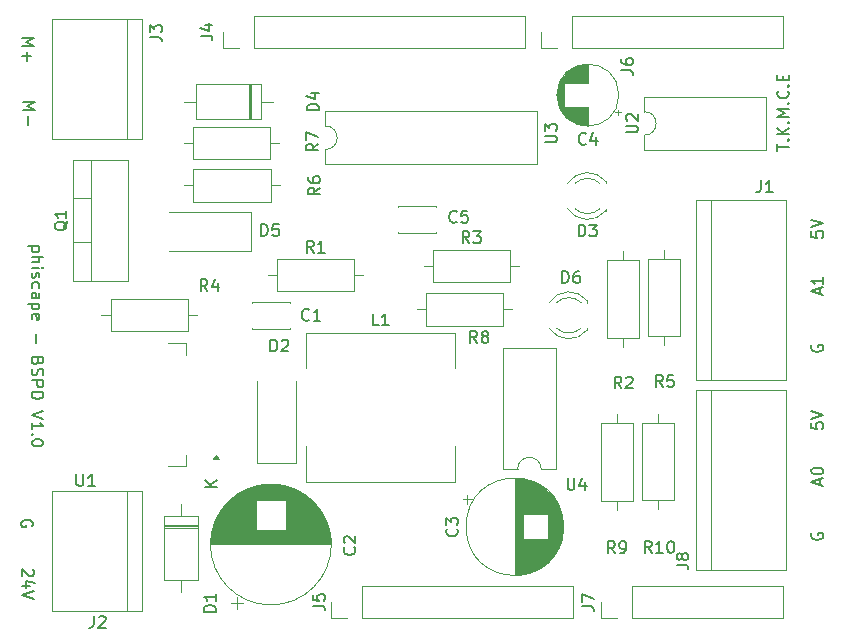
<source format=gto>
G04 #@! TF.GenerationSoftware,KiCad,Pcbnew,8.0.1*
G04 #@! TF.CreationDate,2024-03-22T11:37:50+04:00*
G04 #@! TF.ProjectId,BSPD_Nucleo_Shield,42535044-5f4e-4756-936c-656f5f536869,1.0*
G04 #@! TF.SameCoordinates,Original*
G04 #@! TF.FileFunction,Legend,Top*
G04 #@! TF.FilePolarity,Positive*
%FSLAX46Y46*%
G04 Gerber Fmt 4.6, Leading zero omitted, Abs format (unit mm)*
G04 Created by KiCad (PCBNEW 8.0.1) date 2024-03-22 11:37:50*
%MOMM*%
%LPD*%
G01*
G04 APERTURE LIST*
%ADD10C,0.150000*%
%ADD11C,0.120000*%
G04 APERTURE END LIST*
D10*
X97312438Y-47618095D02*
X97264819Y-47713333D01*
X97264819Y-47713333D02*
X97264819Y-47856190D01*
X97264819Y-47856190D02*
X97312438Y-47999047D01*
X97312438Y-47999047D02*
X97407676Y-48094285D01*
X97407676Y-48094285D02*
X97502914Y-48141904D01*
X97502914Y-48141904D02*
X97693390Y-48189523D01*
X97693390Y-48189523D02*
X97836247Y-48189523D01*
X97836247Y-48189523D02*
X98026723Y-48141904D01*
X98026723Y-48141904D02*
X98121961Y-48094285D01*
X98121961Y-48094285D02*
X98217200Y-47999047D01*
X98217200Y-47999047D02*
X98264819Y-47856190D01*
X98264819Y-47856190D02*
X98264819Y-47760952D01*
X98264819Y-47760952D02*
X98217200Y-47618095D01*
X98217200Y-47618095D02*
X98169580Y-47570476D01*
X98169580Y-47570476D02*
X97836247Y-47570476D01*
X97836247Y-47570476D02*
X97836247Y-47760952D01*
X31359942Y-66589524D02*
X31407561Y-66637143D01*
X31407561Y-66637143D02*
X31455180Y-66732381D01*
X31455180Y-66732381D02*
X31455180Y-66970476D01*
X31455180Y-66970476D02*
X31407561Y-67065714D01*
X31407561Y-67065714D02*
X31359942Y-67113333D01*
X31359942Y-67113333D02*
X31264704Y-67160952D01*
X31264704Y-67160952D02*
X31169466Y-67160952D01*
X31169466Y-67160952D02*
X31026609Y-67113333D01*
X31026609Y-67113333D02*
X30455180Y-66541905D01*
X30455180Y-66541905D02*
X30455180Y-67160952D01*
X31121847Y-68018095D02*
X30455180Y-68018095D01*
X31502800Y-67780000D02*
X30788514Y-67541905D01*
X30788514Y-67541905D02*
X30788514Y-68160952D01*
X31455180Y-68399048D02*
X30455180Y-68732381D01*
X30455180Y-68732381D02*
X31455180Y-69065714D01*
X97312438Y-63518095D02*
X97264819Y-63613333D01*
X97264819Y-63613333D02*
X97264819Y-63756190D01*
X97264819Y-63756190D02*
X97312438Y-63899047D01*
X97312438Y-63899047D02*
X97407676Y-63994285D01*
X97407676Y-63994285D02*
X97502914Y-64041904D01*
X97502914Y-64041904D02*
X97693390Y-64089523D01*
X97693390Y-64089523D02*
X97836247Y-64089523D01*
X97836247Y-64089523D02*
X98026723Y-64041904D01*
X98026723Y-64041904D02*
X98121961Y-63994285D01*
X98121961Y-63994285D02*
X98217200Y-63899047D01*
X98217200Y-63899047D02*
X98264819Y-63756190D01*
X98264819Y-63756190D02*
X98264819Y-63660952D01*
X98264819Y-63660952D02*
X98217200Y-63518095D01*
X98217200Y-63518095D02*
X98169580Y-63470476D01*
X98169580Y-63470476D02*
X97836247Y-63470476D01*
X97836247Y-63470476D02*
X97836247Y-63660952D01*
X31307561Y-62941904D02*
X31355180Y-62846666D01*
X31355180Y-62846666D02*
X31355180Y-62703809D01*
X31355180Y-62703809D02*
X31307561Y-62560952D01*
X31307561Y-62560952D02*
X31212323Y-62465714D01*
X31212323Y-62465714D02*
X31117085Y-62418095D01*
X31117085Y-62418095D02*
X30926609Y-62370476D01*
X30926609Y-62370476D02*
X30783752Y-62370476D01*
X30783752Y-62370476D02*
X30593276Y-62418095D01*
X30593276Y-62418095D02*
X30498038Y-62465714D01*
X30498038Y-62465714D02*
X30402800Y-62560952D01*
X30402800Y-62560952D02*
X30355180Y-62703809D01*
X30355180Y-62703809D02*
X30355180Y-62799047D01*
X30355180Y-62799047D02*
X30402800Y-62941904D01*
X30402800Y-62941904D02*
X30450419Y-62989523D01*
X30450419Y-62989523D02*
X30783752Y-62989523D01*
X30783752Y-62989523D02*
X30783752Y-62799047D01*
X97979104Y-43294285D02*
X97979104Y-42818095D01*
X98264819Y-43389523D02*
X97264819Y-43056190D01*
X97264819Y-43056190D02*
X98264819Y-42722857D01*
X98264819Y-41865714D02*
X98264819Y-42437142D01*
X98264819Y-42151428D02*
X97264819Y-42151428D01*
X97264819Y-42151428D02*
X97407676Y-42246666D01*
X97407676Y-42246666D02*
X97502914Y-42341904D01*
X97502914Y-42341904D02*
X97550533Y-42437142D01*
X97264819Y-54170476D02*
X97264819Y-54646666D01*
X97264819Y-54646666D02*
X97741009Y-54694285D01*
X97741009Y-54694285D02*
X97693390Y-54646666D01*
X97693390Y-54646666D02*
X97645771Y-54551428D01*
X97645771Y-54551428D02*
X97645771Y-54313333D01*
X97645771Y-54313333D02*
X97693390Y-54218095D01*
X97693390Y-54218095D02*
X97741009Y-54170476D01*
X97741009Y-54170476D02*
X97836247Y-54122857D01*
X97836247Y-54122857D02*
X98074342Y-54122857D01*
X98074342Y-54122857D02*
X98169580Y-54170476D01*
X98169580Y-54170476D02*
X98217200Y-54218095D01*
X98217200Y-54218095D02*
X98264819Y-54313333D01*
X98264819Y-54313333D02*
X98264819Y-54551428D01*
X98264819Y-54551428D02*
X98217200Y-54646666D01*
X98217200Y-54646666D02*
X98169580Y-54694285D01*
X97264819Y-53837142D02*
X98264819Y-53503809D01*
X98264819Y-53503809D02*
X97264819Y-53170476D01*
X97979104Y-59394285D02*
X97979104Y-58918095D01*
X98264819Y-59489523D02*
X97264819Y-59156190D01*
X97264819Y-59156190D02*
X98264819Y-58822857D01*
X97264819Y-58299047D02*
X97264819Y-58203809D01*
X97264819Y-58203809D02*
X97312438Y-58108571D01*
X97312438Y-58108571D02*
X97360057Y-58060952D01*
X97360057Y-58060952D02*
X97455295Y-58013333D01*
X97455295Y-58013333D02*
X97645771Y-57965714D01*
X97645771Y-57965714D02*
X97883866Y-57965714D01*
X97883866Y-57965714D02*
X98074342Y-58013333D01*
X98074342Y-58013333D02*
X98169580Y-58060952D01*
X98169580Y-58060952D02*
X98217200Y-58108571D01*
X98217200Y-58108571D02*
X98264819Y-58203809D01*
X98264819Y-58203809D02*
X98264819Y-58299047D01*
X98264819Y-58299047D02*
X98217200Y-58394285D01*
X98217200Y-58394285D02*
X98169580Y-58441904D01*
X98169580Y-58441904D02*
X98074342Y-58489523D01*
X98074342Y-58489523D02*
X97883866Y-58537142D01*
X97883866Y-58537142D02*
X97645771Y-58537142D01*
X97645771Y-58537142D02*
X97455295Y-58489523D01*
X97455295Y-58489523D02*
X97360057Y-58441904D01*
X97360057Y-58441904D02*
X97312438Y-58394285D01*
X97312438Y-58394285D02*
X97264819Y-58299047D01*
X97264819Y-37970476D02*
X97264819Y-38446666D01*
X97264819Y-38446666D02*
X97741009Y-38494285D01*
X97741009Y-38494285D02*
X97693390Y-38446666D01*
X97693390Y-38446666D02*
X97645771Y-38351428D01*
X97645771Y-38351428D02*
X97645771Y-38113333D01*
X97645771Y-38113333D02*
X97693390Y-38018095D01*
X97693390Y-38018095D02*
X97741009Y-37970476D01*
X97741009Y-37970476D02*
X97836247Y-37922857D01*
X97836247Y-37922857D02*
X98074342Y-37922857D01*
X98074342Y-37922857D02*
X98169580Y-37970476D01*
X98169580Y-37970476D02*
X98217200Y-38018095D01*
X98217200Y-38018095D02*
X98264819Y-38113333D01*
X98264819Y-38113333D02*
X98264819Y-38351428D01*
X98264819Y-38351428D02*
X98217200Y-38446666D01*
X98217200Y-38446666D02*
X98169580Y-38494285D01*
X97264819Y-37637142D02*
X98264819Y-37303809D01*
X98264819Y-37303809D02*
X97264819Y-36970476D01*
X94364819Y-31141903D02*
X94364819Y-30570475D01*
X95364819Y-30856189D02*
X94364819Y-30856189D01*
X95269580Y-30237141D02*
X95317200Y-30189522D01*
X95317200Y-30189522D02*
X95364819Y-30237141D01*
X95364819Y-30237141D02*
X95317200Y-30284760D01*
X95317200Y-30284760D02*
X95269580Y-30237141D01*
X95269580Y-30237141D02*
X95364819Y-30237141D01*
X95364819Y-29760951D02*
X94364819Y-29760951D01*
X95364819Y-29189523D02*
X94793390Y-29618094D01*
X94364819Y-29189523D02*
X94936247Y-29760951D01*
X95269580Y-28760951D02*
X95317200Y-28713332D01*
X95317200Y-28713332D02*
X95364819Y-28760951D01*
X95364819Y-28760951D02*
X95317200Y-28808570D01*
X95317200Y-28808570D02*
X95269580Y-28760951D01*
X95269580Y-28760951D02*
X95364819Y-28760951D01*
X95364819Y-28284761D02*
X94364819Y-28284761D01*
X94364819Y-28284761D02*
X95079104Y-27951428D01*
X95079104Y-27951428D02*
X94364819Y-27618095D01*
X94364819Y-27618095D02*
X95364819Y-27618095D01*
X95269580Y-27141904D02*
X95317200Y-27094285D01*
X95317200Y-27094285D02*
X95364819Y-27141904D01*
X95364819Y-27141904D02*
X95317200Y-27189523D01*
X95317200Y-27189523D02*
X95269580Y-27141904D01*
X95269580Y-27141904D02*
X95364819Y-27141904D01*
X95269580Y-26094286D02*
X95317200Y-26141905D01*
X95317200Y-26141905D02*
X95364819Y-26284762D01*
X95364819Y-26284762D02*
X95364819Y-26380000D01*
X95364819Y-26380000D02*
X95317200Y-26522857D01*
X95317200Y-26522857D02*
X95221961Y-26618095D01*
X95221961Y-26618095D02*
X95126723Y-26665714D01*
X95126723Y-26665714D02*
X94936247Y-26713333D01*
X94936247Y-26713333D02*
X94793390Y-26713333D01*
X94793390Y-26713333D02*
X94602914Y-26665714D01*
X94602914Y-26665714D02*
X94507676Y-26618095D01*
X94507676Y-26618095D02*
X94412438Y-26522857D01*
X94412438Y-26522857D02*
X94364819Y-26380000D01*
X94364819Y-26380000D02*
X94364819Y-26284762D01*
X94364819Y-26284762D02*
X94412438Y-26141905D01*
X94412438Y-26141905D02*
X94460057Y-26094286D01*
X95269580Y-25665714D02*
X95317200Y-25618095D01*
X95317200Y-25618095D02*
X95364819Y-25665714D01*
X95364819Y-25665714D02*
X95317200Y-25713333D01*
X95317200Y-25713333D02*
X95269580Y-25665714D01*
X95269580Y-25665714D02*
X95364819Y-25665714D01*
X94841009Y-25189524D02*
X94841009Y-24856191D01*
X95364819Y-24713334D02*
X95364819Y-25189524D01*
X95364819Y-25189524D02*
X94364819Y-25189524D01*
X94364819Y-25189524D02*
X94364819Y-24713334D01*
X30455180Y-21627619D02*
X31455180Y-21627619D01*
X31455180Y-21627619D02*
X30740895Y-21960952D01*
X30740895Y-21960952D02*
X31455180Y-22294285D01*
X31455180Y-22294285D02*
X30455180Y-22294285D01*
X30836133Y-22770476D02*
X30836133Y-23532381D01*
X30455180Y-23151428D02*
X31217085Y-23151428D01*
X31921847Y-39251428D02*
X30921847Y-39251428D01*
X31874228Y-39251428D02*
X31921847Y-39346666D01*
X31921847Y-39346666D02*
X31921847Y-39537142D01*
X31921847Y-39537142D02*
X31874228Y-39632380D01*
X31874228Y-39632380D02*
X31826609Y-39679999D01*
X31826609Y-39679999D02*
X31731371Y-39727618D01*
X31731371Y-39727618D02*
X31445657Y-39727618D01*
X31445657Y-39727618D02*
X31350419Y-39679999D01*
X31350419Y-39679999D02*
X31302800Y-39632380D01*
X31302800Y-39632380D02*
X31255180Y-39537142D01*
X31255180Y-39537142D02*
X31255180Y-39346666D01*
X31255180Y-39346666D02*
X31302800Y-39251428D01*
X31255180Y-40156190D02*
X32255180Y-40156190D01*
X31255180Y-40584761D02*
X31778990Y-40584761D01*
X31778990Y-40584761D02*
X31874228Y-40537142D01*
X31874228Y-40537142D02*
X31921847Y-40441904D01*
X31921847Y-40441904D02*
X31921847Y-40299047D01*
X31921847Y-40299047D02*
X31874228Y-40203809D01*
X31874228Y-40203809D02*
X31826609Y-40156190D01*
X31255180Y-41060952D02*
X31921847Y-41060952D01*
X32255180Y-41060952D02*
X32207561Y-41013333D01*
X32207561Y-41013333D02*
X32159942Y-41060952D01*
X32159942Y-41060952D02*
X32207561Y-41108571D01*
X32207561Y-41108571D02*
X32255180Y-41060952D01*
X32255180Y-41060952D02*
X32159942Y-41060952D01*
X31302800Y-41489523D02*
X31255180Y-41584761D01*
X31255180Y-41584761D02*
X31255180Y-41775237D01*
X31255180Y-41775237D02*
X31302800Y-41870475D01*
X31302800Y-41870475D02*
X31398038Y-41918094D01*
X31398038Y-41918094D02*
X31445657Y-41918094D01*
X31445657Y-41918094D02*
X31540895Y-41870475D01*
X31540895Y-41870475D02*
X31588514Y-41775237D01*
X31588514Y-41775237D02*
X31588514Y-41632380D01*
X31588514Y-41632380D02*
X31636133Y-41537142D01*
X31636133Y-41537142D02*
X31731371Y-41489523D01*
X31731371Y-41489523D02*
X31778990Y-41489523D01*
X31778990Y-41489523D02*
X31874228Y-41537142D01*
X31874228Y-41537142D02*
X31921847Y-41632380D01*
X31921847Y-41632380D02*
X31921847Y-41775237D01*
X31921847Y-41775237D02*
X31874228Y-41870475D01*
X31302800Y-42775237D02*
X31255180Y-42679999D01*
X31255180Y-42679999D02*
X31255180Y-42489523D01*
X31255180Y-42489523D02*
X31302800Y-42394285D01*
X31302800Y-42394285D02*
X31350419Y-42346666D01*
X31350419Y-42346666D02*
X31445657Y-42299047D01*
X31445657Y-42299047D02*
X31731371Y-42299047D01*
X31731371Y-42299047D02*
X31826609Y-42346666D01*
X31826609Y-42346666D02*
X31874228Y-42394285D01*
X31874228Y-42394285D02*
X31921847Y-42489523D01*
X31921847Y-42489523D02*
X31921847Y-42679999D01*
X31921847Y-42679999D02*
X31874228Y-42775237D01*
X31255180Y-43632380D02*
X31778990Y-43632380D01*
X31778990Y-43632380D02*
X31874228Y-43584761D01*
X31874228Y-43584761D02*
X31921847Y-43489523D01*
X31921847Y-43489523D02*
X31921847Y-43299047D01*
X31921847Y-43299047D02*
X31874228Y-43203809D01*
X31302800Y-43632380D02*
X31255180Y-43537142D01*
X31255180Y-43537142D02*
X31255180Y-43299047D01*
X31255180Y-43299047D02*
X31302800Y-43203809D01*
X31302800Y-43203809D02*
X31398038Y-43156190D01*
X31398038Y-43156190D02*
X31493276Y-43156190D01*
X31493276Y-43156190D02*
X31588514Y-43203809D01*
X31588514Y-43203809D02*
X31636133Y-43299047D01*
X31636133Y-43299047D02*
X31636133Y-43537142D01*
X31636133Y-43537142D02*
X31683752Y-43632380D01*
X31921847Y-44108571D02*
X30921847Y-44108571D01*
X31874228Y-44108571D02*
X31921847Y-44203809D01*
X31921847Y-44203809D02*
X31921847Y-44394285D01*
X31921847Y-44394285D02*
X31874228Y-44489523D01*
X31874228Y-44489523D02*
X31826609Y-44537142D01*
X31826609Y-44537142D02*
X31731371Y-44584761D01*
X31731371Y-44584761D02*
X31445657Y-44584761D01*
X31445657Y-44584761D02*
X31350419Y-44537142D01*
X31350419Y-44537142D02*
X31302800Y-44489523D01*
X31302800Y-44489523D02*
X31255180Y-44394285D01*
X31255180Y-44394285D02*
X31255180Y-44203809D01*
X31255180Y-44203809D02*
X31302800Y-44108571D01*
X31302800Y-45394285D02*
X31255180Y-45299047D01*
X31255180Y-45299047D02*
X31255180Y-45108571D01*
X31255180Y-45108571D02*
X31302800Y-45013333D01*
X31302800Y-45013333D02*
X31398038Y-44965714D01*
X31398038Y-44965714D02*
X31778990Y-44965714D01*
X31778990Y-44965714D02*
X31874228Y-45013333D01*
X31874228Y-45013333D02*
X31921847Y-45108571D01*
X31921847Y-45108571D02*
X31921847Y-45299047D01*
X31921847Y-45299047D02*
X31874228Y-45394285D01*
X31874228Y-45394285D02*
X31778990Y-45441904D01*
X31778990Y-45441904D02*
X31683752Y-45441904D01*
X31683752Y-45441904D02*
X31588514Y-44965714D01*
X31636133Y-46632381D02*
X31636133Y-47394286D01*
X31778990Y-48965714D02*
X31731371Y-49108571D01*
X31731371Y-49108571D02*
X31683752Y-49156190D01*
X31683752Y-49156190D02*
X31588514Y-49203809D01*
X31588514Y-49203809D02*
X31445657Y-49203809D01*
X31445657Y-49203809D02*
X31350419Y-49156190D01*
X31350419Y-49156190D02*
X31302800Y-49108571D01*
X31302800Y-49108571D02*
X31255180Y-49013333D01*
X31255180Y-49013333D02*
X31255180Y-48632381D01*
X31255180Y-48632381D02*
X32255180Y-48632381D01*
X32255180Y-48632381D02*
X32255180Y-48965714D01*
X32255180Y-48965714D02*
X32207561Y-49060952D01*
X32207561Y-49060952D02*
X32159942Y-49108571D01*
X32159942Y-49108571D02*
X32064704Y-49156190D01*
X32064704Y-49156190D02*
X31969466Y-49156190D01*
X31969466Y-49156190D02*
X31874228Y-49108571D01*
X31874228Y-49108571D02*
X31826609Y-49060952D01*
X31826609Y-49060952D02*
X31778990Y-48965714D01*
X31778990Y-48965714D02*
X31778990Y-48632381D01*
X31302800Y-49584762D02*
X31255180Y-49727619D01*
X31255180Y-49727619D02*
X31255180Y-49965714D01*
X31255180Y-49965714D02*
X31302800Y-50060952D01*
X31302800Y-50060952D02*
X31350419Y-50108571D01*
X31350419Y-50108571D02*
X31445657Y-50156190D01*
X31445657Y-50156190D02*
X31540895Y-50156190D01*
X31540895Y-50156190D02*
X31636133Y-50108571D01*
X31636133Y-50108571D02*
X31683752Y-50060952D01*
X31683752Y-50060952D02*
X31731371Y-49965714D01*
X31731371Y-49965714D02*
X31778990Y-49775238D01*
X31778990Y-49775238D02*
X31826609Y-49680000D01*
X31826609Y-49680000D02*
X31874228Y-49632381D01*
X31874228Y-49632381D02*
X31969466Y-49584762D01*
X31969466Y-49584762D02*
X32064704Y-49584762D01*
X32064704Y-49584762D02*
X32159942Y-49632381D01*
X32159942Y-49632381D02*
X32207561Y-49680000D01*
X32207561Y-49680000D02*
X32255180Y-49775238D01*
X32255180Y-49775238D02*
X32255180Y-50013333D01*
X32255180Y-50013333D02*
X32207561Y-50156190D01*
X31255180Y-50584762D02*
X32255180Y-50584762D01*
X32255180Y-50584762D02*
X32255180Y-50965714D01*
X32255180Y-50965714D02*
X32207561Y-51060952D01*
X32207561Y-51060952D02*
X32159942Y-51108571D01*
X32159942Y-51108571D02*
X32064704Y-51156190D01*
X32064704Y-51156190D02*
X31921847Y-51156190D01*
X31921847Y-51156190D02*
X31826609Y-51108571D01*
X31826609Y-51108571D02*
X31778990Y-51060952D01*
X31778990Y-51060952D02*
X31731371Y-50965714D01*
X31731371Y-50965714D02*
X31731371Y-50584762D01*
X31255180Y-51584762D02*
X32255180Y-51584762D01*
X32255180Y-51584762D02*
X32255180Y-51822857D01*
X32255180Y-51822857D02*
X32207561Y-51965714D01*
X32207561Y-51965714D02*
X32112323Y-52060952D01*
X32112323Y-52060952D02*
X32017085Y-52108571D01*
X32017085Y-52108571D02*
X31826609Y-52156190D01*
X31826609Y-52156190D02*
X31683752Y-52156190D01*
X31683752Y-52156190D02*
X31493276Y-52108571D01*
X31493276Y-52108571D02*
X31398038Y-52060952D01*
X31398038Y-52060952D02*
X31302800Y-51965714D01*
X31302800Y-51965714D02*
X31255180Y-51822857D01*
X31255180Y-51822857D02*
X31255180Y-51584762D01*
X32255180Y-53203810D02*
X31255180Y-53537143D01*
X31255180Y-53537143D02*
X32255180Y-53870476D01*
X31255180Y-54727619D02*
X31255180Y-54156191D01*
X31255180Y-54441905D02*
X32255180Y-54441905D01*
X32255180Y-54441905D02*
X32112323Y-54346667D01*
X32112323Y-54346667D02*
X32017085Y-54251429D01*
X32017085Y-54251429D02*
X31969466Y-54156191D01*
X31350419Y-55156191D02*
X31302800Y-55203810D01*
X31302800Y-55203810D02*
X31255180Y-55156191D01*
X31255180Y-55156191D02*
X31302800Y-55108572D01*
X31302800Y-55108572D02*
X31350419Y-55156191D01*
X31350419Y-55156191D02*
X31255180Y-55156191D01*
X32255180Y-55822857D02*
X32255180Y-55918095D01*
X32255180Y-55918095D02*
X32207561Y-56013333D01*
X32207561Y-56013333D02*
X32159942Y-56060952D01*
X32159942Y-56060952D02*
X32064704Y-56108571D01*
X32064704Y-56108571D02*
X31874228Y-56156190D01*
X31874228Y-56156190D02*
X31636133Y-56156190D01*
X31636133Y-56156190D02*
X31445657Y-56108571D01*
X31445657Y-56108571D02*
X31350419Y-56060952D01*
X31350419Y-56060952D02*
X31302800Y-56013333D01*
X31302800Y-56013333D02*
X31255180Y-55918095D01*
X31255180Y-55918095D02*
X31255180Y-55822857D01*
X31255180Y-55822857D02*
X31302800Y-55727619D01*
X31302800Y-55727619D02*
X31350419Y-55680000D01*
X31350419Y-55680000D02*
X31445657Y-55632381D01*
X31445657Y-55632381D02*
X31636133Y-55584762D01*
X31636133Y-55584762D02*
X31874228Y-55584762D01*
X31874228Y-55584762D02*
X32064704Y-55632381D01*
X32064704Y-55632381D02*
X32159942Y-55680000D01*
X32159942Y-55680000D02*
X32207561Y-55727619D01*
X32207561Y-55727619D02*
X32255180Y-55822857D01*
X30555180Y-27027619D02*
X31555180Y-27027619D01*
X31555180Y-27027619D02*
X30840895Y-27360952D01*
X30840895Y-27360952D02*
X31555180Y-27694285D01*
X31555180Y-27694285D02*
X30555180Y-27694285D01*
X30936133Y-28170476D02*
X30936133Y-28932381D01*
X35048095Y-58534819D02*
X35048095Y-59344342D01*
X35048095Y-59344342D02*
X35095714Y-59439580D01*
X35095714Y-59439580D02*
X35143333Y-59487200D01*
X35143333Y-59487200D02*
X35238571Y-59534819D01*
X35238571Y-59534819D02*
X35429047Y-59534819D01*
X35429047Y-59534819D02*
X35524285Y-59487200D01*
X35524285Y-59487200D02*
X35571904Y-59439580D01*
X35571904Y-59439580D02*
X35619523Y-59344342D01*
X35619523Y-59344342D02*
X35619523Y-58534819D01*
X36619523Y-59534819D02*
X36048095Y-59534819D01*
X36333809Y-59534819D02*
X36333809Y-58534819D01*
X36333809Y-58534819D02*
X36238571Y-58677676D01*
X36238571Y-58677676D02*
X36143333Y-58772914D01*
X36143333Y-58772914D02*
X36048095Y-58820533D01*
X55074819Y-69673333D02*
X55789104Y-69673333D01*
X55789104Y-69673333D02*
X55931961Y-69720952D01*
X55931961Y-69720952D02*
X56027200Y-69816190D01*
X56027200Y-69816190D02*
X56074819Y-69959047D01*
X56074819Y-69959047D02*
X56074819Y-70054285D01*
X55074819Y-68720952D02*
X55074819Y-69197142D01*
X55074819Y-69197142D02*
X55551009Y-69244761D01*
X55551009Y-69244761D02*
X55503390Y-69197142D01*
X55503390Y-69197142D02*
X55455771Y-69101904D01*
X55455771Y-69101904D02*
X55455771Y-68863809D01*
X55455771Y-68863809D02*
X55503390Y-68768571D01*
X55503390Y-68768571D02*
X55551009Y-68720952D01*
X55551009Y-68720952D02*
X55646247Y-68673333D01*
X55646247Y-68673333D02*
X55884342Y-68673333D01*
X55884342Y-68673333D02*
X55979580Y-68720952D01*
X55979580Y-68720952D02*
X56027200Y-68768571D01*
X56027200Y-68768571D02*
X56074819Y-68863809D01*
X56074819Y-68863809D02*
X56074819Y-69101904D01*
X56074819Y-69101904D02*
X56027200Y-69197142D01*
X56027200Y-69197142D02*
X55979580Y-69244761D01*
X77864819Y-69713333D02*
X78579104Y-69713333D01*
X78579104Y-69713333D02*
X78721961Y-69760952D01*
X78721961Y-69760952D02*
X78817200Y-69856190D01*
X78817200Y-69856190D02*
X78864819Y-69999047D01*
X78864819Y-69999047D02*
X78864819Y-70094285D01*
X77864819Y-69332380D02*
X77864819Y-68665714D01*
X77864819Y-68665714D02*
X78864819Y-69094285D01*
X81164819Y-24313333D02*
X81879104Y-24313333D01*
X81879104Y-24313333D02*
X82021961Y-24360952D01*
X82021961Y-24360952D02*
X82117200Y-24456190D01*
X82117200Y-24456190D02*
X82164819Y-24599047D01*
X82164819Y-24599047D02*
X82164819Y-24694285D01*
X81164819Y-23408571D02*
X81164819Y-23599047D01*
X81164819Y-23599047D02*
X81212438Y-23694285D01*
X81212438Y-23694285D02*
X81260057Y-23741904D01*
X81260057Y-23741904D02*
X81402914Y-23837142D01*
X81402914Y-23837142D02*
X81593390Y-23884761D01*
X81593390Y-23884761D02*
X81974342Y-23884761D01*
X81974342Y-23884761D02*
X82069580Y-23837142D01*
X82069580Y-23837142D02*
X82117200Y-23789523D01*
X82117200Y-23789523D02*
X82164819Y-23694285D01*
X82164819Y-23694285D02*
X82164819Y-23503809D01*
X82164819Y-23503809D02*
X82117200Y-23408571D01*
X82117200Y-23408571D02*
X82069580Y-23360952D01*
X82069580Y-23360952D02*
X81974342Y-23313333D01*
X81974342Y-23313333D02*
X81736247Y-23313333D01*
X81736247Y-23313333D02*
X81641009Y-23360952D01*
X81641009Y-23360952D02*
X81593390Y-23408571D01*
X81593390Y-23408571D02*
X81545771Y-23503809D01*
X81545771Y-23503809D02*
X81545771Y-23694285D01*
X81545771Y-23694285D02*
X81593390Y-23789523D01*
X81593390Y-23789523D02*
X81641009Y-23837142D01*
X81641009Y-23837142D02*
X81736247Y-23884761D01*
X60643333Y-45934819D02*
X60167143Y-45934819D01*
X60167143Y-45934819D02*
X60167143Y-44934819D01*
X61500476Y-45934819D02*
X60929048Y-45934819D01*
X61214762Y-45934819D02*
X61214762Y-44934819D01*
X61214762Y-44934819D02*
X61119524Y-45077676D01*
X61119524Y-45077676D02*
X61024286Y-45172914D01*
X61024286Y-45172914D02*
X60929048Y-45220533D01*
X36516666Y-70534819D02*
X36516666Y-71249104D01*
X36516666Y-71249104D02*
X36469047Y-71391961D01*
X36469047Y-71391961D02*
X36373809Y-71487200D01*
X36373809Y-71487200D02*
X36230952Y-71534819D01*
X36230952Y-71534819D02*
X36135714Y-71534819D01*
X36945238Y-70630057D02*
X36992857Y-70582438D01*
X36992857Y-70582438D02*
X37088095Y-70534819D01*
X37088095Y-70534819D02*
X37326190Y-70534819D01*
X37326190Y-70534819D02*
X37421428Y-70582438D01*
X37421428Y-70582438D02*
X37469047Y-70630057D01*
X37469047Y-70630057D02*
X37516666Y-70725295D01*
X37516666Y-70725295D02*
X37516666Y-70820533D01*
X37516666Y-70820533D02*
X37469047Y-70963390D01*
X37469047Y-70963390D02*
X36897619Y-71534819D01*
X36897619Y-71534819D02*
X37516666Y-71534819D01*
X51471905Y-48134819D02*
X51471905Y-47134819D01*
X51471905Y-47134819D02*
X51710000Y-47134819D01*
X51710000Y-47134819D02*
X51852857Y-47182438D01*
X51852857Y-47182438D02*
X51948095Y-47277676D01*
X51948095Y-47277676D02*
X51995714Y-47372914D01*
X51995714Y-47372914D02*
X52043333Y-47563390D01*
X52043333Y-47563390D02*
X52043333Y-47706247D01*
X52043333Y-47706247D02*
X51995714Y-47896723D01*
X51995714Y-47896723D02*
X51948095Y-47991961D01*
X51948095Y-47991961D02*
X51852857Y-48087200D01*
X51852857Y-48087200D02*
X51710000Y-48134819D01*
X51710000Y-48134819D02*
X51471905Y-48134819D01*
X52424286Y-47230057D02*
X52471905Y-47182438D01*
X52471905Y-47182438D02*
X52567143Y-47134819D01*
X52567143Y-47134819D02*
X52805238Y-47134819D01*
X52805238Y-47134819D02*
X52900476Y-47182438D01*
X52900476Y-47182438D02*
X52948095Y-47230057D01*
X52948095Y-47230057D02*
X52995714Y-47325295D01*
X52995714Y-47325295D02*
X52995714Y-47420533D01*
X52995714Y-47420533D02*
X52948095Y-47563390D01*
X52948095Y-47563390D02*
X52376667Y-48134819D01*
X52376667Y-48134819D02*
X52995714Y-48134819D01*
X55564819Y-27718094D02*
X54564819Y-27718094D01*
X54564819Y-27718094D02*
X54564819Y-27479999D01*
X54564819Y-27479999D02*
X54612438Y-27337142D01*
X54612438Y-27337142D02*
X54707676Y-27241904D01*
X54707676Y-27241904D02*
X54802914Y-27194285D01*
X54802914Y-27194285D02*
X54993390Y-27146666D01*
X54993390Y-27146666D02*
X55136247Y-27146666D01*
X55136247Y-27146666D02*
X55326723Y-27194285D01*
X55326723Y-27194285D02*
X55421961Y-27241904D01*
X55421961Y-27241904D02*
X55517200Y-27337142D01*
X55517200Y-27337142D02*
X55564819Y-27479999D01*
X55564819Y-27479999D02*
X55564819Y-27718094D01*
X54898152Y-26289523D02*
X55564819Y-26289523D01*
X54517200Y-26527618D02*
X55231485Y-26765713D01*
X55231485Y-26765713D02*
X55231485Y-26146666D01*
X55123333Y-39764819D02*
X54790000Y-39288628D01*
X54551905Y-39764819D02*
X54551905Y-38764819D01*
X54551905Y-38764819D02*
X54932857Y-38764819D01*
X54932857Y-38764819D02*
X55028095Y-38812438D01*
X55028095Y-38812438D02*
X55075714Y-38860057D01*
X55075714Y-38860057D02*
X55123333Y-38955295D01*
X55123333Y-38955295D02*
X55123333Y-39098152D01*
X55123333Y-39098152D02*
X55075714Y-39193390D01*
X55075714Y-39193390D02*
X55028095Y-39241009D01*
X55028095Y-39241009D02*
X54932857Y-39288628D01*
X54932857Y-39288628D02*
X54551905Y-39288628D01*
X56075714Y-39764819D02*
X55504286Y-39764819D01*
X55790000Y-39764819D02*
X55790000Y-38764819D01*
X55790000Y-38764819D02*
X55694762Y-38907676D01*
X55694762Y-38907676D02*
X55599524Y-39002914D01*
X55599524Y-39002914D02*
X55504286Y-39050533D01*
X46143333Y-43034819D02*
X45810000Y-42558628D01*
X45571905Y-43034819D02*
X45571905Y-42034819D01*
X45571905Y-42034819D02*
X45952857Y-42034819D01*
X45952857Y-42034819D02*
X46048095Y-42082438D01*
X46048095Y-42082438D02*
X46095714Y-42130057D01*
X46095714Y-42130057D02*
X46143333Y-42225295D01*
X46143333Y-42225295D02*
X46143333Y-42368152D01*
X46143333Y-42368152D02*
X46095714Y-42463390D01*
X46095714Y-42463390D02*
X46048095Y-42511009D01*
X46048095Y-42511009D02*
X45952857Y-42558628D01*
X45952857Y-42558628D02*
X45571905Y-42558628D01*
X47000476Y-42368152D02*
X47000476Y-43034819D01*
X46762381Y-41987200D02*
X46524286Y-42701485D01*
X46524286Y-42701485D02*
X47143333Y-42701485D01*
X55524819Y-30546666D02*
X55048628Y-30879999D01*
X55524819Y-31118094D02*
X54524819Y-31118094D01*
X54524819Y-31118094D02*
X54524819Y-30737142D01*
X54524819Y-30737142D02*
X54572438Y-30641904D01*
X54572438Y-30641904D02*
X54620057Y-30594285D01*
X54620057Y-30594285D02*
X54715295Y-30546666D01*
X54715295Y-30546666D02*
X54858152Y-30546666D01*
X54858152Y-30546666D02*
X54953390Y-30594285D01*
X54953390Y-30594285D02*
X55001009Y-30641904D01*
X55001009Y-30641904D02*
X55048628Y-30737142D01*
X55048628Y-30737142D02*
X55048628Y-31118094D01*
X54524819Y-30213332D02*
X54524819Y-29546666D01*
X54524819Y-29546666D02*
X55524819Y-29975237D01*
X58569580Y-64728966D02*
X58617200Y-64776585D01*
X58617200Y-64776585D02*
X58664819Y-64919442D01*
X58664819Y-64919442D02*
X58664819Y-65014680D01*
X58664819Y-65014680D02*
X58617200Y-65157537D01*
X58617200Y-65157537D02*
X58521961Y-65252775D01*
X58521961Y-65252775D02*
X58426723Y-65300394D01*
X58426723Y-65300394D02*
X58236247Y-65348013D01*
X58236247Y-65348013D02*
X58093390Y-65348013D01*
X58093390Y-65348013D02*
X57902914Y-65300394D01*
X57902914Y-65300394D02*
X57807676Y-65252775D01*
X57807676Y-65252775D02*
X57712438Y-65157537D01*
X57712438Y-65157537D02*
X57664819Y-65014680D01*
X57664819Y-65014680D02*
X57664819Y-64919442D01*
X57664819Y-64919442D02*
X57712438Y-64776585D01*
X57712438Y-64776585D02*
X57760057Y-64728966D01*
X57760057Y-64348013D02*
X57712438Y-64300394D01*
X57712438Y-64300394D02*
X57664819Y-64205156D01*
X57664819Y-64205156D02*
X57664819Y-63967061D01*
X57664819Y-63967061D02*
X57712438Y-63871823D01*
X57712438Y-63871823D02*
X57760057Y-63824204D01*
X57760057Y-63824204D02*
X57855295Y-63776585D01*
X57855295Y-63776585D02*
X57950533Y-63776585D01*
X57950533Y-63776585D02*
X58093390Y-63824204D01*
X58093390Y-63824204D02*
X58664819Y-64395632D01*
X58664819Y-64395632D02*
X58664819Y-63776585D01*
X67262280Y-63156666D02*
X67309900Y-63204285D01*
X67309900Y-63204285D02*
X67357519Y-63347142D01*
X67357519Y-63347142D02*
X67357519Y-63442380D01*
X67357519Y-63442380D02*
X67309900Y-63585237D01*
X67309900Y-63585237D02*
X67214661Y-63680475D01*
X67214661Y-63680475D02*
X67119423Y-63728094D01*
X67119423Y-63728094D02*
X66928947Y-63775713D01*
X66928947Y-63775713D02*
X66786090Y-63775713D01*
X66786090Y-63775713D02*
X66595614Y-63728094D01*
X66595614Y-63728094D02*
X66500376Y-63680475D01*
X66500376Y-63680475D02*
X66405138Y-63585237D01*
X66405138Y-63585237D02*
X66357519Y-63442380D01*
X66357519Y-63442380D02*
X66357519Y-63347142D01*
X66357519Y-63347142D02*
X66405138Y-63204285D01*
X66405138Y-63204285D02*
X66452757Y-63156666D01*
X66357519Y-62823332D02*
X66357519Y-62204285D01*
X66357519Y-62204285D02*
X66738471Y-62537618D01*
X66738471Y-62537618D02*
X66738471Y-62394761D01*
X66738471Y-62394761D02*
X66786090Y-62299523D01*
X66786090Y-62299523D02*
X66833709Y-62251904D01*
X66833709Y-62251904D02*
X66928947Y-62204285D01*
X66928947Y-62204285D02*
X67167042Y-62204285D01*
X67167042Y-62204285D02*
X67262280Y-62251904D01*
X67262280Y-62251904D02*
X67309900Y-62299523D01*
X67309900Y-62299523D02*
X67357519Y-62394761D01*
X67357519Y-62394761D02*
X67357519Y-62680475D01*
X67357519Y-62680475D02*
X67309900Y-62775713D01*
X67309900Y-62775713D02*
X67262280Y-62823332D01*
X68968333Y-47404819D02*
X68635000Y-46928628D01*
X68396905Y-47404819D02*
X68396905Y-46404819D01*
X68396905Y-46404819D02*
X68777857Y-46404819D01*
X68777857Y-46404819D02*
X68873095Y-46452438D01*
X68873095Y-46452438D02*
X68920714Y-46500057D01*
X68920714Y-46500057D02*
X68968333Y-46595295D01*
X68968333Y-46595295D02*
X68968333Y-46738152D01*
X68968333Y-46738152D02*
X68920714Y-46833390D01*
X68920714Y-46833390D02*
X68873095Y-46881009D01*
X68873095Y-46881009D02*
X68777857Y-46928628D01*
X68777857Y-46928628D02*
X68396905Y-46928628D01*
X69539762Y-46833390D02*
X69444524Y-46785771D01*
X69444524Y-46785771D02*
X69396905Y-46738152D01*
X69396905Y-46738152D02*
X69349286Y-46642914D01*
X69349286Y-46642914D02*
X69349286Y-46595295D01*
X69349286Y-46595295D02*
X69396905Y-46500057D01*
X69396905Y-46500057D02*
X69444524Y-46452438D01*
X69444524Y-46452438D02*
X69539762Y-46404819D01*
X69539762Y-46404819D02*
X69730238Y-46404819D01*
X69730238Y-46404819D02*
X69825476Y-46452438D01*
X69825476Y-46452438D02*
X69873095Y-46500057D01*
X69873095Y-46500057D02*
X69920714Y-46595295D01*
X69920714Y-46595295D02*
X69920714Y-46642914D01*
X69920714Y-46642914D02*
X69873095Y-46738152D01*
X69873095Y-46738152D02*
X69825476Y-46785771D01*
X69825476Y-46785771D02*
X69730238Y-46833390D01*
X69730238Y-46833390D02*
X69539762Y-46833390D01*
X69539762Y-46833390D02*
X69444524Y-46881009D01*
X69444524Y-46881009D02*
X69396905Y-46928628D01*
X69396905Y-46928628D02*
X69349286Y-47023866D01*
X69349286Y-47023866D02*
X69349286Y-47214342D01*
X69349286Y-47214342D02*
X69396905Y-47309580D01*
X69396905Y-47309580D02*
X69444524Y-47357200D01*
X69444524Y-47357200D02*
X69539762Y-47404819D01*
X69539762Y-47404819D02*
X69730238Y-47404819D01*
X69730238Y-47404819D02*
X69825476Y-47357200D01*
X69825476Y-47357200D02*
X69873095Y-47309580D01*
X69873095Y-47309580D02*
X69920714Y-47214342D01*
X69920714Y-47214342D02*
X69920714Y-47023866D01*
X69920714Y-47023866D02*
X69873095Y-46928628D01*
X69873095Y-46928628D02*
X69825476Y-46881009D01*
X69825476Y-46881009D02*
X69730238Y-46833390D01*
X83747142Y-65184819D02*
X83413809Y-64708628D01*
X83175714Y-65184819D02*
X83175714Y-64184819D01*
X83175714Y-64184819D02*
X83556666Y-64184819D01*
X83556666Y-64184819D02*
X83651904Y-64232438D01*
X83651904Y-64232438D02*
X83699523Y-64280057D01*
X83699523Y-64280057D02*
X83747142Y-64375295D01*
X83747142Y-64375295D02*
X83747142Y-64518152D01*
X83747142Y-64518152D02*
X83699523Y-64613390D01*
X83699523Y-64613390D02*
X83651904Y-64661009D01*
X83651904Y-64661009D02*
X83556666Y-64708628D01*
X83556666Y-64708628D02*
X83175714Y-64708628D01*
X84699523Y-65184819D02*
X84128095Y-65184819D01*
X84413809Y-65184819D02*
X84413809Y-64184819D01*
X84413809Y-64184819D02*
X84318571Y-64327676D01*
X84318571Y-64327676D02*
X84223333Y-64422914D01*
X84223333Y-64422914D02*
X84128095Y-64470533D01*
X85318571Y-64184819D02*
X85413809Y-64184819D01*
X85413809Y-64184819D02*
X85509047Y-64232438D01*
X85509047Y-64232438D02*
X85556666Y-64280057D01*
X85556666Y-64280057D02*
X85604285Y-64375295D01*
X85604285Y-64375295D02*
X85651904Y-64565771D01*
X85651904Y-64565771D02*
X85651904Y-64803866D01*
X85651904Y-64803866D02*
X85604285Y-64994342D01*
X85604285Y-64994342D02*
X85556666Y-65089580D01*
X85556666Y-65089580D02*
X85509047Y-65137200D01*
X85509047Y-65137200D02*
X85413809Y-65184819D01*
X85413809Y-65184819D02*
X85318571Y-65184819D01*
X85318571Y-65184819D02*
X85223333Y-65137200D01*
X85223333Y-65137200D02*
X85175714Y-65089580D01*
X85175714Y-65089580D02*
X85128095Y-64994342D01*
X85128095Y-64994342D02*
X85080476Y-64803866D01*
X85080476Y-64803866D02*
X85080476Y-64565771D01*
X85080476Y-64565771D02*
X85128095Y-64375295D01*
X85128095Y-64375295D02*
X85175714Y-64280057D01*
X85175714Y-64280057D02*
X85223333Y-64232438D01*
X85223333Y-64232438D02*
X85318571Y-64184819D01*
X81193333Y-51274819D02*
X80860000Y-50798628D01*
X80621905Y-51274819D02*
X80621905Y-50274819D01*
X80621905Y-50274819D02*
X81002857Y-50274819D01*
X81002857Y-50274819D02*
X81098095Y-50322438D01*
X81098095Y-50322438D02*
X81145714Y-50370057D01*
X81145714Y-50370057D02*
X81193333Y-50465295D01*
X81193333Y-50465295D02*
X81193333Y-50608152D01*
X81193333Y-50608152D02*
X81145714Y-50703390D01*
X81145714Y-50703390D02*
X81098095Y-50751009D01*
X81098095Y-50751009D02*
X81002857Y-50798628D01*
X81002857Y-50798628D02*
X80621905Y-50798628D01*
X81574286Y-50370057D02*
X81621905Y-50322438D01*
X81621905Y-50322438D02*
X81717143Y-50274819D01*
X81717143Y-50274819D02*
X81955238Y-50274819D01*
X81955238Y-50274819D02*
X82050476Y-50322438D01*
X82050476Y-50322438D02*
X82098095Y-50370057D01*
X82098095Y-50370057D02*
X82145714Y-50465295D01*
X82145714Y-50465295D02*
X82145714Y-50560533D01*
X82145714Y-50560533D02*
X82098095Y-50703390D01*
X82098095Y-50703390D02*
X81526667Y-51274819D01*
X81526667Y-51274819D02*
X82145714Y-51274819D01*
X76628095Y-58864819D02*
X76628095Y-59674342D01*
X76628095Y-59674342D02*
X76675714Y-59769580D01*
X76675714Y-59769580D02*
X76723333Y-59817200D01*
X76723333Y-59817200D02*
X76818571Y-59864819D01*
X76818571Y-59864819D02*
X77009047Y-59864819D01*
X77009047Y-59864819D02*
X77104285Y-59817200D01*
X77104285Y-59817200D02*
X77151904Y-59769580D01*
X77151904Y-59769580D02*
X77199523Y-59674342D01*
X77199523Y-59674342D02*
X77199523Y-58864819D01*
X78104285Y-59198152D02*
X78104285Y-59864819D01*
X77866190Y-58817200D02*
X77628095Y-59531485D01*
X77628095Y-59531485D02*
X78247142Y-59531485D01*
X93006666Y-33664819D02*
X93006666Y-34379104D01*
X93006666Y-34379104D02*
X92959047Y-34521961D01*
X92959047Y-34521961D02*
X92863809Y-34617200D01*
X92863809Y-34617200D02*
X92720952Y-34664819D01*
X92720952Y-34664819D02*
X92625714Y-34664819D01*
X94006666Y-34664819D02*
X93435238Y-34664819D01*
X93720952Y-34664819D02*
X93720952Y-33664819D01*
X93720952Y-33664819D02*
X93625714Y-33807676D01*
X93625714Y-33807676D02*
X93530476Y-33902914D01*
X93530476Y-33902914D02*
X93435238Y-33950533D01*
X74714819Y-30431904D02*
X75524342Y-30431904D01*
X75524342Y-30431904D02*
X75619580Y-30384285D01*
X75619580Y-30384285D02*
X75667200Y-30336666D01*
X75667200Y-30336666D02*
X75714819Y-30241428D01*
X75714819Y-30241428D02*
X75714819Y-30050952D01*
X75714819Y-30050952D02*
X75667200Y-29955714D01*
X75667200Y-29955714D02*
X75619580Y-29908095D01*
X75619580Y-29908095D02*
X75524342Y-29860476D01*
X75524342Y-29860476D02*
X74714819Y-29860476D01*
X74714819Y-29479523D02*
X74714819Y-28860476D01*
X74714819Y-28860476D02*
X75095771Y-29193809D01*
X75095771Y-29193809D02*
X75095771Y-29050952D01*
X75095771Y-29050952D02*
X75143390Y-28955714D01*
X75143390Y-28955714D02*
X75191009Y-28908095D01*
X75191009Y-28908095D02*
X75286247Y-28860476D01*
X75286247Y-28860476D02*
X75524342Y-28860476D01*
X75524342Y-28860476D02*
X75619580Y-28908095D01*
X75619580Y-28908095D02*
X75667200Y-28955714D01*
X75667200Y-28955714D02*
X75714819Y-29050952D01*
X75714819Y-29050952D02*
X75714819Y-29336666D01*
X75714819Y-29336666D02*
X75667200Y-29431904D01*
X75667200Y-29431904D02*
X75619580Y-29479523D01*
X45564819Y-21413333D02*
X46279104Y-21413333D01*
X46279104Y-21413333D02*
X46421961Y-21460952D01*
X46421961Y-21460952D02*
X46517200Y-21556190D01*
X46517200Y-21556190D02*
X46564819Y-21699047D01*
X46564819Y-21699047D02*
X46564819Y-21794285D01*
X45898152Y-20508571D02*
X46564819Y-20508571D01*
X45517200Y-20746666D02*
X46231485Y-20984761D01*
X46231485Y-20984761D02*
X46231485Y-20365714D01*
X54743333Y-45439580D02*
X54695714Y-45487200D01*
X54695714Y-45487200D02*
X54552857Y-45534819D01*
X54552857Y-45534819D02*
X54457619Y-45534819D01*
X54457619Y-45534819D02*
X54314762Y-45487200D01*
X54314762Y-45487200D02*
X54219524Y-45391961D01*
X54219524Y-45391961D02*
X54171905Y-45296723D01*
X54171905Y-45296723D02*
X54124286Y-45106247D01*
X54124286Y-45106247D02*
X54124286Y-44963390D01*
X54124286Y-44963390D02*
X54171905Y-44772914D01*
X54171905Y-44772914D02*
X54219524Y-44677676D01*
X54219524Y-44677676D02*
X54314762Y-44582438D01*
X54314762Y-44582438D02*
X54457619Y-44534819D01*
X54457619Y-44534819D02*
X54552857Y-44534819D01*
X54552857Y-44534819D02*
X54695714Y-44582438D01*
X54695714Y-44582438D02*
X54743333Y-44630057D01*
X55695714Y-45534819D02*
X55124286Y-45534819D01*
X55410000Y-45534819D02*
X55410000Y-44534819D01*
X55410000Y-44534819D02*
X55314762Y-44677676D01*
X55314762Y-44677676D02*
X55219524Y-44772914D01*
X55219524Y-44772914D02*
X55124286Y-44820533D01*
X85864819Y-66213333D02*
X86579104Y-66213333D01*
X86579104Y-66213333D02*
X86721961Y-66260952D01*
X86721961Y-66260952D02*
X86817200Y-66356190D01*
X86817200Y-66356190D02*
X86864819Y-66499047D01*
X86864819Y-66499047D02*
X86864819Y-66594285D01*
X86293390Y-65594285D02*
X86245771Y-65689523D01*
X86245771Y-65689523D02*
X86198152Y-65737142D01*
X86198152Y-65737142D02*
X86102914Y-65784761D01*
X86102914Y-65784761D02*
X86055295Y-65784761D01*
X86055295Y-65784761D02*
X85960057Y-65737142D01*
X85960057Y-65737142D02*
X85912438Y-65689523D01*
X85912438Y-65689523D02*
X85864819Y-65594285D01*
X85864819Y-65594285D02*
X85864819Y-65403809D01*
X85864819Y-65403809D02*
X85912438Y-65308571D01*
X85912438Y-65308571D02*
X85960057Y-65260952D01*
X85960057Y-65260952D02*
X86055295Y-65213333D01*
X86055295Y-65213333D02*
X86102914Y-65213333D01*
X86102914Y-65213333D02*
X86198152Y-65260952D01*
X86198152Y-65260952D02*
X86245771Y-65308571D01*
X86245771Y-65308571D02*
X86293390Y-65403809D01*
X86293390Y-65403809D02*
X86293390Y-65594285D01*
X86293390Y-65594285D02*
X86341009Y-65689523D01*
X86341009Y-65689523D02*
X86388628Y-65737142D01*
X86388628Y-65737142D02*
X86483866Y-65784761D01*
X86483866Y-65784761D02*
X86674342Y-65784761D01*
X86674342Y-65784761D02*
X86769580Y-65737142D01*
X86769580Y-65737142D02*
X86817200Y-65689523D01*
X86817200Y-65689523D02*
X86864819Y-65594285D01*
X86864819Y-65594285D02*
X86864819Y-65403809D01*
X86864819Y-65403809D02*
X86817200Y-65308571D01*
X86817200Y-65308571D02*
X86769580Y-65260952D01*
X86769580Y-65260952D02*
X86674342Y-65213333D01*
X86674342Y-65213333D02*
X86483866Y-65213333D01*
X86483866Y-65213333D02*
X86388628Y-65260952D01*
X86388628Y-65260952D02*
X86341009Y-65308571D01*
X86341009Y-65308571D02*
X86293390Y-65403809D01*
X41274819Y-21513333D02*
X41989104Y-21513333D01*
X41989104Y-21513333D02*
X42131961Y-21560952D01*
X42131961Y-21560952D02*
X42227200Y-21656190D01*
X42227200Y-21656190D02*
X42274819Y-21799047D01*
X42274819Y-21799047D02*
X42274819Y-21894285D01*
X41274819Y-21132380D02*
X41274819Y-20513333D01*
X41274819Y-20513333D02*
X41655771Y-20846666D01*
X41655771Y-20846666D02*
X41655771Y-20703809D01*
X41655771Y-20703809D02*
X41703390Y-20608571D01*
X41703390Y-20608571D02*
X41751009Y-20560952D01*
X41751009Y-20560952D02*
X41846247Y-20513333D01*
X41846247Y-20513333D02*
X42084342Y-20513333D01*
X42084342Y-20513333D02*
X42179580Y-20560952D01*
X42179580Y-20560952D02*
X42227200Y-20608571D01*
X42227200Y-20608571D02*
X42274819Y-20703809D01*
X42274819Y-20703809D02*
X42274819Y-20989523D01*
X42274819Y-20989523D02*
X42227200Y-21084761D01*
X42227200Y-21084761D02*
X42179580Y-21132380D01*
X50689405Y-38354819D02*
X50689405Y-37354819D01*
X50689405Y-37354819D02*
X50927500Y-37354819D01*
X50927500Y-37354819D02*
X51070357Y-37402438D01*
X51070357Y-37402438D02*
X51165595Y-37497676D01*
X51165595Y-37497676D02*
X51213214Y-37592914D01*
X51213214Y-37592914D02*
X51260833Y-37783390D01*
X51260833Y-37783390D02*
X51260833Y-37926247D01*
X51260833Y-37926247D02*
X51213214Y-38116723D01*
X51213214Y-38116723D02*
X51165595Y-38211961D01*
X51165595Y-38211961D02*
X51070357Y-38307200D01*
X51070357Y-38307200D02*
X50927500Y-38354819D01*
X50927500Y-38354819D02*
X50689405Y-38354819D01*
X52165595Y-37354819D02*
X51689405Y-37354819D01*
X51689405Y-37354819D02*
X51641786Y-37831009D01*
X51641786Y-37831009D02*
X51689405Y-37783390D01*
X51689405Y-37783390D02*
X51784643Y-37735771D01*
X51784643Y-37735771D02*
X52022738Y-37735771D01*
X52022738Y-37735771D02*
X52117976Y-37783390D01*
X52117976Y-37783390D02*
X52165595Y-37831009D01*
X52165595Y-37831009D02*
X52213214Y-37926247D01*
X52213214Y-37926247D02*
X52213214Y-38164342D01*
X52213214Y-38164342D02*
X52165595Y-38259580D01*
X52165595Y-38259580D02*
X52117976Y-38307200D01*
X52117976Y-38307200D02*
X52022738Y-38354819D01*
X52022738Y-38354819D02*
X51784643Y-38354819D01*
X51784643Y-38354819D02*
X51689405Y-38307200D01*
X51689405Y-38307200D02*
X51641786Y-38259580D01*
X46834819Y-70198094D02*
X45834819Y-70198094D01*
X45834819Y-70198094D02*
X45834819Y-69959999D01*
X45834819Y-69959999D02*
X45882438Y-69817142D01*
X45882438Y-69817142D02*
X45977676Y-69721904D01*
X45977676Y-69721904D02*
X46072914Y-69674285D01*
X46072914Y-69674285D02*
X46263390Y-69626666D01*
X46263390Y-69626666D02*
X46406247Y-69626666D01*
X46406247Y-69626666D02*
X46596723Y-69674285D01*
X46596723Y-69674285D02*
X46691961Y-69721904D01*
X46691961Y-69721904D02*
X46787200Y-69817142D01*
X46787200Y-69817142D02*
X46834819Y-69959999D01*
X46834819Y-69959999D02*
X46834819Y-70198094D01*
X46834819Y-68674285D02*
X46834819Y-69245713D01*
X46834819Y-68959999D02*
X45834819Y-68959999D01*
X45834819Y-68959999D02*
X45977676Y-69055237D01*
X45977676Y-69055237D02*
X46072914Y-69150475D01*
X46072914Y-69150475D02*
X46120533Y-69245713D01*
X46924819Y-59621904D02*
X45924819Y-59621904D01*
X46924819Y-59050476D02*
X46353390Y-59479047D01*
X45924819Y-59050476D02*
X46496247Y-59621904D01*
X68323333Y-38964819D02*
X67990000Y-38488628D01*
X67751905Y-38964819D02*
X67751905Y-37964819D01*
X67751905Y-37964819D02*
X68132857Y-37964819D01*
X68132857Y-37964819D02*
X68228095Y-38012438D01*
X68228095Y-38012438D02*
X68275714Y-38060057D01*
X68275714Y-38060057D02*
X68323333Y-38155295D01*
X68323333Y-38155295D02*
X68323333Y-38298152D01*
X68323333Y-38298152D02*
X68275714Y-38393390D01*
X68275714Y-38393390D02*
X68228095Y-38441009D01*
X68228095Y-38441009D02*
X68132857Y-38488628D01*
X68132857Y-38488628D02*
X67751905Y-38488628D01*
X68656667Y-37964819D02*
X69275714Y-37964819D01*
X69275714Y-37964819D02*
X68942381Y-38345771D01*
X68942381Y-38345771D02*
X69085238Y-38345771D01*
X69085238Y-38345771D02*
X69180476Y-38393390D01*
X69180476Y-38393390D02*
X69228095Y-38441009D01*
X69228095Y-38441009D02*
X69275714Y-38536247D01*
X69275714Y-38536247D02*
X69275714Y-38774342D01*
X69275714Y-38774342D02*
X69228095Y-38869580D01*
X69228095Y-38869580D02*
X69180476Y-38917200D01*
X69180476Y-38917200D02*
X69085238Y-38964819D01*
X69085238Y-38964819D02*
X68799524Y-38964819D01*
X68799524Y-38964819D02*
X68704286Y-38917200D01*
X68704286Y-38917200D02*
X68656667Y-38869580D01*
X77576905Y-38394819D02*
X77576905Y-37394819D01*
X77576905Y-37394819D02*
X77815000Y-37394819D01*
X77815000Y-37394819D02*
X77957857Y-37442438D01*
X77957857Y-37442438D02*
X78053095Y-37537676D01*
X78053095Y-37537676D02*
X78100714Y-37632914D01*
X78100714Y-37632914D02*
X78148333Y-37823390D01*
X78148333Y-37823390D02*
X78148333Y-37966247D01*
X78148333Y-37966247D02*
X78100714Y-38156723D01*
X78100714Y-38156723D02*
X78053095Y-38251961D01*
X78053095Y-38251961D02*
X77957857Y-38347200D01*
X77957857Y-38347200D02*
X77815000Y-38394819D01*
X77815000Y-38394819D02*
X77576905Y-38394819D01*
X78481667Y-37394819D02*
X79100714Y-37394819D01*
X79100714Y-37394819D02*
X78767381Y-37775771D01*
X78767381Y-37775771D02*
X78910238Y-37775771D01*
X78910238Y-37775771D02*
X79005476Y-37823390D01*
X79005476Y-37823390D02*
X79053095Y-37871009D01*
X79053095Y-37871009D02*
X79100714Y-37966247D01*
X79100714Y-37966247D02*
X79100714Y-38204342D01*
X79100714Y-38204342D02*
X79053095Y-38299580D01*
X79053095Y-38299580D02*
X79005476Y-38347200D01*
X79005476Y-38347200D02*
X78910238Y-38394819D01*
X78910238Y-38394819D02*
X78624524Y-38394819D01*
X78624524Y-38394819D02*
X78529286Y-38347200D01*
X78529286Y-38347200D02*
X78481667Y-38299580D01*
X80633333Y-65224819D02*
X80300000Y-64748628D01*
X80061905Y-65224819D02*
X80061905Y-64224819D01*
X80061905Y-64224819D02*
X80442857Y-64224819D01*
X80442857Y-64224819D02*
X80538095Y-64272438D01*
X80538095Y-64272438D02*
X80585714Y-64320057D01*
X80585714Y-64320057D02*
X80633333Y-64415295D01*
X80633333Y-64415295D02*
X80633333Y-64558152D01*
X80633333Y-64558152D02*
X80585714Y-64653390D01*
X80585714Y-64653390D02*
X80538095Y-64701009D01*
X80538095Y-64701009D02*
X80442857Y-64748628D01*
X80442857Y-64748628D02*
X80061905Y-64748628D01*
X81109524Y-65224819D02*
X81300000Y-65224819D01*
X81300000Y-65224819D02*
X81395238Y-65177200D01*
X81395238Y-65177200D02*
X81442857Y-65129580D01*
X81442857Y-65129580D02*
X81538095Y-64986723D01*
X81538095Y-64986723D02*
X81585714Y-64796247D01*
X81585714Y-64796247D02*
X81585714Y-64415295D01*
X81585714Y-64415295D02*
X81538095Y-64320057D01*
X81538095Y-64320057D02*
X81490476Y-64272438D01*
X81490476Y-64272438D02*
X81395238Y-64224819D01*
X81395238Y-64224819D02*
X81204762Y-64224819D01*
X81204762Y-64224819D02*
X81109524Y-64272438D01*
X81109524Y-64272438D02*
X81061905Y-64320057D01*
X81061905Y-64320057D02*
X81014286Y-64415295D01*
X81014286Y-64415295D02*
X81014286Y-64653390D01*
X81014286Y-64653390D02*
X81061905Y-64748628D01*
X81061905Y-64748628D02*
X81109524Y-64796247D01*
X81109524Y-64796247D02*
X81204762Y-64843866D01*
X81204762Y-64843866D02*
X81395238Y-64843866D01*
X81395238Y-64843866D02*
X81490476Y-64796247D01*
X81490476Y-64796247D02*
X81538095Y-64748628D01*
X81538095Y-64748628D02*
X81585714Y-64653390D01*
X67243333Y-37139580D02*
X67195714Y-37187200D01*
X67195714Y-37187200D02*
X67052857Y-37234819D01*
X67052857Y-37234819D02*
X66957619Y-37234819D01*
X66957619Y-37234819D02*
X66814762Y-37187200D01*
X66814762Y-37187200D02*
X66719524Y-37091961D01*
X66719524Y-37091961D02*
X66671905Y-36996723D01*
X66671905Y-36996723D02*
X66624286Y-36806247D01*
X66624286Y-36806247D02*
X66624286Y-36663390D01*
X66624286Y-36663390D02*
X66671905Y-36472914D01*
X66671905Y-36472914D02*
X66719524Y-36377676D01*
X66719524Y-36377676D02*
X66814762Y-36282438D01*
X66814762Y-36282438D02*
X66957619Y-36234819D01*
X66957619Y-36234819D02*
X67052857Y-36234819D01*
X67052857Y-36234819D02*
X67195714Y-36282438D01*
X67195714Y-36282438D02*
X67243333Y-36330057D01*
X68148095Y-36234819D02*
X67671905Y-36234819D01*
X67671905Y-36234819D02*
X67624286Y-36711009D01*
X67624286Y-36711009D02*
X67671905Y-36663390D01*
X67671905Y-36663390D02*
X67767143Y-36615771D01*
X67767143Y-36615771D02*
X68005238Y-36615771D01*
X68005238Y-36615771D02*
X68100476Y-36663390D01*
X68100476Y-36663390D02*
X68148095Y-36711009D01*
X68148095Y-36711009D02*
X68195714Y-36806247D01*
X68195714Y-36806247D02*
X68195714Y-37044342D01*
X68195714Y-37044342D02*
X68148095Y-37139580D01*
X68148095Y-37139580D02*
X68100476Y-37187200D01*
X68100476Y-37187200D02*
X68005238Y-37234819D01*
X68005238Y-37234819D02*
X67767143Y-37234819D01*
X67767143Y-37234819D02*
X67671905Y-37187200D01*
X67671905Y-37187200D02*
X67624286Y-37139580D01*
X78178433Y-30539580D02*
X78130814Y-30587200D01*
X78130814Y-30587200D02*
X77987957Y-30634819D01*
X77987957Y-30634819D02*
X77892719Y-30634819D01*
X77892719Y-30634819D02*
X77749862Y-30587200D01*
X77749862Y-30587200D02*
X77654624Y-30491961D01*
X77654624Y-30491961D02*
X77607005Y-30396723D01*
X77607005Y-30396723D02*
X77559386Y-30206247D01*
X77559386Y-30206247D02*
X77559386Y-30063390D01*
X77559386Y-30063390D02*
X77607005Y-29872914D01*
X77607005Y-29872914D02*
X77654624Y-29777676D01*
X77654624Y-29777676D02*
X77749862Y-29682438D01*
X77749862Y-29682438D02*
X77892719Y-29634819D01*
X77892719Y-29634819D02*
X77987957Y-29634819D01*
X77987957Y-29634819D02*
X78130814Y-29682438D01*
X78130814Y-29682438D02*
X78178433Y-29730057D01*
X79035576Y-29968152D02*
X79035576Y-30634819D01*
X78797481Y-29587200D02*
X78559386Y-30301485D01*
X78559386Y-30301485D02*
X79178433Y-30301485D01*
X34290057Y-37135238D02*
X34242438Y-37230476D01*
X34242438Y-37230476D02*
X34147200Y-37325714D01*
X34147200Y-37325714D02*
X34004342Y-37468571D01*
X34004342Y-37468571D02*
X33956723Y-37563809D01*
X33956723Y-37563809D02*
X33956723Y-37659047D01*
X34194819Y-37611428D02*
X34147200Y-37706666D01*
X34147200Y-37706666D02*
X34051961Y-37801904D01*
X34051961Y-37801904D02*
X33861485Y-37849523D01*
X33861485Y-37849523D02*
X33528152Y-37849523D01*
X33528152Y-37849523D02*
X33337676Y-37801904D01*
X33337676Y-37801904D02*
X33242438Y-37706666D01*
X33242438Y-37706666D02*
X33194819Y-37611428D01*
X33194819Y-37611428D02*
X33194819Y-37420952D01*
X33194819Y-37420952D02*
X33242438Y-37325714D01*
X33242438Y-37325714D02*
X33337676Y-37230476D01*
X33337676Y-37230476D02*
X33528152Y-37182857D01*
X33528152Y-37182857D02*
X33861485Y-37182857D01*
X33861485Y-37182857D02*
X34051961Y-37230476D01*
X34051961Y-37230476D02*
X34147200Y-37325714D01*
X34147200Y-37325714D02*
X34194819Y-37420952D01*
X34194819Y-37420952D02*
X34194819Y-37611428D01*
X34194819Y-36230476D02*
X34194819Y-36801904D01*
X34194819Y-36516190D02*
X33194819Y-36516190D01*
X33194819Y-36516190D02*
X33337676Y-36611428D01*
X33337676Y-36611428D02*
X33432914Y-36706666D01*
X33432914Y-36706666D02*
X33480533Y-36801904D01*
X81584819Y-29591904D02*
X82394342Y-29591904D01*
X82394342Y-29591904D02*
X82489580Y-29544285D01*
X82489580Y-29544285D02*
X82537200Y-29496666D01*
X82537200Y-29496666D02*
X82584819Y-29401428D01*
X82584819Y-29401428D02*
X82584819Y-29210952D01*
X82584819Y-29210952D02*
X82537200Y-29115714D01*
X82537200Y-29115714D02*
X82489580Y-29068095D01*
X82489580Y-29068095D02*
X82394342Y-29020476D01*
X82394342Y-29020476D02*
X81584819Y-29020476D01*
X81680057Y-28591904D02*
X81632438Y-28544285D01*
X81632438Y-28544285D02*
X81584819Y-28449047D01*
X81584819Y-28449047D02*
X81584819Y-28210952D01*
X81584819Y-28210952D02*
X81632438Y-28115714D01*
X81632438Y-28115714D02*
X81680057Y-28068095D01*
X81680057Y-28068095D02*
X81775295Y-28020476D01*
X81775295Y-28020476D02*
X81870533Y-28020476D01*
X81870533Y-28020476D02*
X82013390Y-28068095D01*
X82013390Y-28068095D02*
X82584819Y-28639523D01*
X82584819Y-28639523D02*
X82584819Y-28020476D01*
X76171905Y-42334819D02*
X76171905Y-41334819D01*
X76171905Y-41334819D02*
X76410000Y-41334819D01*
X76410000Y-41334819D02*
X76552857Y-41382438D01*
X76552857Y-41382438D02*
X76648095Y-41477676D01*
X76648095Y-41477676D02*
X76695714Y-41572914D01*
X76695714Y-41572914D02*
X76743333Y-41763390D01*
X76743333Y-41763390D02*
X76743333Y-41906247D01*
X76743333Y-41906247D02*
X76695714Y-42096723D01*
X76695714Y-42096723D02*
X76648095Y-42191961D01*
X76648095Y-42191961D02*
X76552857Y-42287200D01*
X76552857Y-42287200D02*
X76410000Y-42334819D01*
X76410000Y-42334819D02*
X76171905Y-42334819D01*
X77600476Y-41334819D02*
X77410000Y-41334819D01*
X77410000Y-41334819D02*
X77314762Y-41382438D01*
X77314762Y-41382438D02*
X77267143Y-41430057D01*
X77267143Y-41430057D02*
X77171905Y-41572914D01*
X77171905Y-41572914D02*
X77124286Y-41763390D01*
X77124286Y-41763390D02*
X77124286Y-42144342D01*
X77124286Y-42144342D02*
X77171905Y-42239580D01*
X77171905Y-42239580D02*
X77219524Y-42287200D01*
X77219524Y-42287200D02*
X77314762Y-42334819D01*
X77314762Y-42334819D02*
X77505238Y-42334819D01*
X77505238Y-42334819D02*
X77600476Y-42287200D01*
X77600476Y-42287200D02*
X77648095Y-42239580D01*
X77648095Y-42239580D02*
X77695714Y-42144342D01*
X77695714Y-42144342D02*
X77695714Y-41906247D01*
X77695714Y-41906247D02*
X77648095Y-41811009D01*
X77648095Y-41811009D02*
X77600476Y-41763390D01*
X77600476Y-41763390D02*
X77505238Y-41715771D01*
X77505238Y-41715771D02*
X77314762Y-41715771D01*
X77314762Y-41715771D02*
X77219524Y-41763390D01*
X77219524Y-41763390D02*
X77171905Y-41811009D01*
X77171905Y-41811009D02*
X77124286Y-41906247D01*
X55664819Y-34266666D02*
X55188628Y-34599999D01*
X55664819Y-34838094D02*
X54664819Y-34838094D01*
X54664819Y-34838094D02*
X54664819Y-34457142D01*
X54664819Y-34457142D02*
X54712438Y-34361904D01*
X54712438Y-34361904D02*
X54760057Y-34314285D01*
X54760057Y-34314285D02*
X54855295Y-34266666D01*
X54855295Y-34266666D02*
X54998152Y-34266666D01*
X54998152Y-34266666D02*
X55093390Y-34314285D01*
X55093390Y-34314285D02*
X55141009Y-34361904D01*
X55141009Y-34361904D02*
X55188628Y-34457142D01*
X55188628Y-34457142D02*
X55188628Y-34838094D01*
X54664819Y-33409523D02*
X54664819Y-33599999D01*
X54664819Y-33599999D02*
X54712438Y-33695237D01*
X54712438Y-33695237D02*
X54760057Y-33742856D01*
X54760057Y-33742856D02*
X54902914Y-33838094D01*
X54902914Y-33838094D02*
X55093390Y-33885713D01*
X55093390Y-33885713D02*
X55474342Y-33885713D01*
X55474342Y-33885713D02*
X55569580Y-33838094D01*
X55569580Y-33838094D02*
X55617200Y-33790475D01*
X55617200Y-33790475D02*
X55664819Y-33695237D01*
X55664819Y-33695237D02*
X55664819Y-33504761D01*
X55664819Y-33504761D02*
X55617200Y-33409523D01*
X55617200Y-33409523D02*
X55569580Y-33361904D01*
X55569580Y-33361904D02*
X55474342Y-33314285D01*
X55474342Y-33314285D02*
X55236247Y-33314285D01*
X55236247Y-33314285D02*
X55141009Y-33361904D01*
X55141009Y-33361904D02*
X55093390Y-33409523D01*
X55093390Y-33409523D02*
X55045771Y-33504761D01*
X55045771Y-33504761D02*
X55045771Y-33695237D01*
X55045771Y-33695237D02*
X55093390Y-33790475D01*
X55093390Y-33790475D02*
X55141009Y-33838094D01*
X55141009Y-33838094D02*
X55236247Y-33885713D01*
X84693333Y-51134819D02*
X84360000Y-50658628D01*
X84121905Y-51134819D02*
X84121905Y-50134819D01*
X84121905Y-50134819D02*
X84502857Y-50134819D01*
X84502857Y-50134819D02*
X84598095Y-50182438D01*
X84598095Y-50182438D02*
X84645714Y-50230057D01*
X84645714Y-50230057D02*
X84693333Y-50325295D01*
X84693333Y-50325295D02*
X84693333Y-50468152D01*
X84693333Y-50468152D02*
X84645714Y-50563390D01*
X84645714Y-50563390D02*
X84598095Y-50611009D01*
X84598095Y-50611009D02*
X84502857Y-50658628D01*
X84502857Y-50658628D02*
X84121905Y-50658628D01*
X85598095Y-50134819D02*
X85121905Y-50134819D01*
X85121905Y-50134819D02*
X85074286Y-50611009D01*
X85074286Y-50611009D02*
X85121905Y-50563390D01*
X85121905Y-50563390D02*
X85217143Y-50515771D01*
X85217143Y-50515771D02*
X85455238Y-50515771D01*
X85455238Y-50515771D02*
X85550476Y-50563390D01*
X85550476Y-50563390D02*
X85598095Y-50611009D01*
X85598095Y-50611009D02*
X85645714Y-50706247D01*
X85645714Y-50706247D02*
X85645714Y-50944342D01*
X85645714Y-50944342D02*
X85598095Y-51039580D01*
X85598095Y-51039580D02*
X85550476Y-51087200D01*
X85550476Y-51087200D02*
X85455238Y-51134819D01*
X85455238Y-51134819D02*
X85217143Y-51134819D01*
X85217143Y-51134819D02*
X85121905Y-51087200D01*
X85121905Y-51087200D02*
X85074286Y-51039580D01*
D11*
X44295000Y-57860000D02*
X44295000Y-56910000D01*
X44295000Y-47460000D02*
X44295000Y-48410000D01*
X42795000Y-57860000D02*
X44295000Y-57860000D01*
X42795000Y-47460000D02*
X44295000Y-47460000D01*
X47097500Y-57240000D02*
X46617500Y-57240000D01*
X46857500Y-56910000D01*
X47097500Y-57240000D01*
G36*
X47097500Y-57240000D02*
G01*
X46617500Y-57240000D01*
X46857500Y-56910000D01*
X47097500Y-57240000D01*
G37*
X56620000Y-70670000D02*
X56620000Y-69340000D01*
X57950000Y-70670000D02*
X56620000Y-70670000D01*
X59220000Y-68010000D02*
X77060000Y-68010000D01*
X59220000Y-70670000D02*
X59220000Y-68010000D01*
X59220000Y-70670000D02*
X77060000Y-70670000D01*
X77060000Y-70670000D02*
X77060000Y-68010000D01*
X79480000Y-70670000D02*
X79480000Y-69340000D01*
X80810000Y-70670000D02*
X79480000Y-70670000D01*
X82080000Y-68010000D02*
X94840000Y-68010000D01*
X82080000Y-70670000D02*
X82080000Y-68010000D01*
X82080000Y-70670000D02*
X94840000Y-70670000D01*
X94840000Y-70670000D02*
X94840000Y-68010000D01*
X74400000Y-22410000D02*
X74400000Y-21080000D01*
X75730000Y-22410000D02*
X74400000Y-22410000D01*
X77000000Y-19750000D02*
X94840000Y-19750000D01*
X77000000Y-22410000D02*
X77000000Y-19750000D01*
X77000000Y-22410000D02*
X94840000Y-22410000D01*
X94840000Y-22410000D02*
X94840000Y-19750000D01*
X54510000Y-46580000D02*
X67110000Y-46580000D01*
X54510000Y-49580000D02*
X54510000Y-46580000D01*
X54510000Y-59180000D02*
X54510000Y-56180000D01*
X67110000Y-46580000D02*
X67110000Y-49580000D01*
X67110000Y-56180000D02*
X67110000Y-59180000D01*
X67110000Y-59180000D02*
X54510000Y-59180000D01*
X33000000Y-59930000D02*
X33000000Y-70090000D01*
X33000000Y-70090000D02*
X40620000Y-70090000D01*
X39350000Y-59930000D02*
X39350000Y-70090000D01*
X40620000Y-59930000D02*
X33000000Y-59930000D01*
X40620000Y-70090000D02*
X40620000Y-59930000D01*
X50350000Y-57610000D02*
X50350000Y-50600000D01*
X50350000Y-57610000D02*
X53650000Y-57610000D01*
X53650000Y-57610000D02*
X53650000Y-50600000D01*
X44190000Y-26980000D02*
X45210000Y-26980000D01*
X45210000Y-25510000D02*
X45210000Y-28450000D01*
X45210000Y-28450000D02*
X50650000Y-28450000D01*
X49630000Y-28450000D02*
X49630000Y-25510000D01*
X49750000Y-28450000D02*
X49750000Y-25510000D01*
X49870000Y-28450000D02*
X49870000Y-25510000D01*
X50650000Y-25510000D02*
X45210000Y-25510000D01*
X50650000Y-28450000D02*
X50650000Y-25510000D01*
X51670000Y-26980000D02*
X50650000Y-26980000D01*
X51250000Y-41680000D02*
X52020000Y-41680000D01*
X52020000Y-40310000D02*
X52020000Y-43050000D01*
X52020000Y-43050000D02*
X58560000Y-43050000D01*
X58560000Y-40310000D02*
X52020000Y-40310000D01*
X58560000Y-43050000D02*
X58560000Y-40310000D01*
X59330000Y-41680000D02*
X58560000Y-41680000D01*
X37170000Y-45080000D02*
X37940000Y-45080000D01*
X37940000Y-43710000D02*
X37940000Y-46450000D01*
X37940000Y-46450000D02*
X44480000Y-46450000D01*
X44480000Y-43710000D02*
X37940000Y-43710000D01*
X44480000Y-46450000D02*
X44480000Y-43710000D01*
X45250000Y-45080000D02*
X44480000Y-45080000D01*
X44150000Y-30470000D02*
X44920000Y-30470000D01*
X44920000Y-29100000D02*
X44920000Y-31840000D01*
X44920000Y-31840000D02*
X51460000Y-31840000D01*
X51460000Y-29100000D02*
X44920000Y-29100000D01*
X51460000Y-31840000D02*
X51460000Y-29100000D01*
X52230000Y-30470000D02*
X51460000Y-30470000D01*
X46430000Y-64400000D02*
X56590000Y-64400000D01*
X46430000Y-64440000D02*
X56590000Y-64440000D01*
X46430000Y-64480000D02*
X56590000Y-64480000D01*
X46431000Y-64360000D02*
X56589000Y-64360000D01*
X46432000Y-64320000D02*
X56588000Y-64320000D01*
X46433000Y-64280000D02*
X56587000Y-64280000D01*
X46435000Y-64240000D02*
X56585000Y-64240000D01*
X46437000Y-64200000D02*
X56583000Y-64200000D01*
X46440000Y-64160000D02*
X56580000Y-64160000D01*
X46442000Y-64120000D02*
X56578000Y-64120000D01*
X46445000Y-64080000D02*
X56575000Y-64080000D01*
X46448000Y-64040000D02*
X56572000Y-64040000D01*
X46452000Y-64000000D02*
X56568000Y-64000000D01*
X46456000Y-63960000D02*
X56564000Y-63960000D01*
X46460000Y-63920000D02*
X56560000Y-63920000D01*
X46465000Y-63880000D02*
X56555000Y-63880000D01*
X46470000Y-63840000D02*
X56550000Y-63840000D01*
X46475000Y-63800000D02*
X56545000Y-63800000D01*
X46480000Y-63759000D02*
X56540000Y-63759000D01*
X46486000Y-63719000D02*
X56534000Y-63719000D01*
X46492000Y-63679000D02*
X56528000Y-63679000D01*
X46499000Y-63639000D02*
X56521000Y-63639000D01*
X46506000Y-63599000D02*
X56514000Y-63599000D01*
X46513000Y-63559000D02*
X56507000Y-63559000D01*
X46520000Y-63519000D02*
X56500000Y-63519000D01*
X46528000Y-63479000D02*
X56492000Y-63479000D01*
X46536000Y-63439000D02*
X56484000Y-63439000D01*
X46545000Y-63399000D02*
X56475000Y-63399000D01*
X46554000Y-63359000D02*
X56466000Y-63359000D01*
X46563000Y-63319000D02*
X56457000Y-63319000D01*
X46572000Y-63279000D02*
X56448000Y-63279000D01*
X46582000Y-63239000D02*
X56438000Y-63239000D01*
X46592000Y-63199000D02*
X50269000Y-63199000D01*
X46603000Y-63159000D02*
X50269000Y-63159000D01*
X46613000Y-63119000D02*
X50269000Y-63119000D01*
X46625000Y-63079000D02*
X50269000Y-63079000D01*
X46636000Y-63039000D02*
X50269000Y-63039000D01*
X46648000Y-62999000D02*
X50269000Y-62999000D01*
X46660000Y-62959000D02*
X50269000Y-62959000D01*
X46673000Y-62919000D02*
X50269000Y-62919000D01*
X46686000Y-62879000D02*
X50269000Y-62879000D01*
X46699000Y-62839000D02*
X50269000Y-62839000D01*
X46713000Y-62799000D02*
X50269000Y-62799000D01*
X46727000Y-62759000D02*
X50269000Y-62759000D01*
X46742000Y-62719000D02*
X50269000Y-62719000D01*
X46756000Y-62679000D02*
X50269000Y-62679000D01*
X46772000Y-62639000D02*
X50269000Y-62639000D01*
X46787000Y-62599000D02*
X50269000Y-62599000D01*
X46803000Y-62559000D02*
X50269000Y-62559000D01*
X46820000Y-62519000D02*
X50269000Y-62519000D01*
X46836000Y-62479000D02*
X50269000Y-62479000D01*
X46853000Y-62439000D02*
X50269000Y-62439000D01*
X46871000Y-62399000D02*
X50269000Y-62399000D01*
X46889000Y-62359000D02*
X50269000Y-62359000D01*
X46907000Y-62319000D02*
X50269000Y-62319000D01*
X46926000Y-62279000D02*
X50269000Y-62279000D01*
X46946000Y-62239000D02*
X50269000Y-62239000D01*
X46965000Y-62199000D02*
X50269000Y-62199000D01*
X46985000Y-62159000D02*
X50269000Y-62159000D01*
X47006000Y-62119000D02*
X50269000Y-62119000D01*
X47027000Y-62079000D02*
X50269000Y-62079000D01*
X47048000Y-62039000D02*
X50269000Y-62039000D01*
X47070000Y-61999000D02*
X50269000Y-61999000D01*
X47093000Y-61959000D02*
X50269000Y-61959000D01*
X47115000Y-61919000D02*
X50269000Y-61919000D01*
X47139000Y-61879000D02*
X50269000Y-61879000D01*
X47163000Y-61839000D02*
X50269000Y-61839000D01*
X47187000Y-61799000D02*
X50269000Y-61799000D01*
X47212000Y-61759000D02*
X50269000Y-61759000D01*
X47237000Y-61719000D02*
X50269000Y-61719000D01*
X47263000Y-61679000D02*
X50269000Y-61679000D01*
X47289000Y-61639000D02*
X50269000Y-61639000D01*
X47316000Y-61599000D02*
X50269000Y-61599000D01*
X47344000Y-61559000D02*
X50269000Y-61559000D01*
X47372000Y-61519000D02*
X50269000Y-61519000D01*
X47400000Y-61479000D02*
X50269000Y-61479000D01*
X47430000Y-61439000D02*
X50269000Y-61439000D01*
X47460000Y-61399000D02*
X50269000Y-61399000D01*
X47490000Y-61359000D02*
X50269000Y-61359000D01*
X47521000Y-61319000D02*
X50269000Y-61319000D01*
X47553000Y-61279000D02*
X50269000Y-61279000D01*
X47585000Y-61239000D02*
X50269000Y-61239000D01*
X47618000Y-61199000D02*
X50269000Y-61199000D01*
X47652000Y-61159000D02*
X50269000Y-61159000D01*
X47686000Y-61119000D02*
X50269000Y-61119000D01*
X47721000Y-61079000D02*
X50269000Y-61079000D01*
X47757000Y-61039000D02*
X50269000Y-61039000D01*
X47794000Y-60999000D02*
X50269000Y-60999000D01*
X47831000Y-60959000D02*
X50269000Y-60959000D01*
X47870000Y-60919000D02*
X50269000Y-60919000D01*
X47909000Y-60879000D02*
X50269000Y-60879000D01*
X47949000Y-60839000D02*
X50269000Y-60839000D01*
X47990000Y-60799000D02*
X50269000Y-60799000D01*
X48032000Y-60759000D02*
X50269000Y-60759000D01*
X48074000Y-60719000D02*
X54946000Y-60719000D01*
X48118000Y-60679000D02*
X54902000Y-60679000D01*
X48135000Y-69459646D02*
X49135000Y-69459646D01*
X48163000Y-60639000D02*
X54857000Y-60639000D01*
X48209000Y-60599000D02*
X54811000Y-60599000D01*
X48256000Y-60559000D02*
X54764000Y-60559000D01*
X48304000Y-60519000D02*
X54716000Y-60519000D01*
X48354000Y-60479000D02*
X54666000Y-60479000D01*
X48404000Y-60439000D02*
X54616000Y-60439000D01*
X48456000Y-60399000D02*
X54564000Y-60399000D01*
X48510000Y-60359000D02*
X54510000Y-60359000D01*
X48565000Y-60319000D02*
X54455000Y-60319000D01*
X48621000Y-60279000D02*
X54399000Y-60279000D01*
X48635000Y-69959646D02*
X48635000Y-68959646D01*
X48680000Y-60239000D02*
X54340000Y-60239000D01*
X48740000Y-60199000D02*
X54280000Y-60199000D01*
X48801000Y-60159000D02*
X54219000Y-60159000D01*
X48865000Y-60119000D02*
X54155000Y-60119000D01*
X48931000Y-60079000D02*
X54089000Y-60079000D01*
X49000000Y-60039000D02*
X54020000Y-60039000D01*
X49071000Y-59999000D02*
X53949000Y-59999000D01*
X49145000Y-59959000D02*
X53875000Y-59959000D01*
X49221000Y-59919000D02*
X53799000Y-59919000D01*
X49301000Y-59879000D02*
X53719000Y-59879000D01*
X49385000Y-59839000D02*
X53635000Y-59839000D01*
X49473000Y-59799000D02*
X53547000Y-59799000D01*
X49566000Y-59759000D02*
X53454000Y-59759000D01*
X49664000Y-59719000D02*
X53356000Y-59719000D01*
X49768000Y-59679000D02*
X53252000Y-59679000D01*
X49880000Y-59639000D02*
X53140000Y-59639000D01*
X50000000Y-59599000D02*
X53020000Y-59599000D01*
X50132000Y-59559000D02*
X52888000Y-59559000D01*
X50280000Y-59519000D02*
X52740000Y-59519000D01*
X50448000Y-59479000D02*
X52572000Y-59479000D01*
X50648000Y-59439000D02*
X52372000Y-59439000D01*
X50911000Y-59399000D02*
X52109000Y-59399000D01*
X52751000Y-60759000D02*
X54988000Y-60759000D01*
X52751000Y-60799000D02*
X55030000Y-60799000D01*
X52751000Y-60839000D02*
X55071000Y-60839000D01*
X52751000Y-60879000D02*
X55111000Y-60879000D01*
X52751000Y-60919000D02*
X55150000Y-60919000D01*
X52751000Y-60959000D02*
X55189000Y-60959000D01*
X52751000Y-60999000D02*
X55226000Y-60999000D01*
X52751000Y-61039000D02*
X55263000Y-61039000D01*
X52751000Y-61079000D02*
X55299000Y-61079000D01*
X52751000Y-61119000D02*
X55334000Y-61119000D01*
X52751000Y-61159000D02*
X55368000Y-61159000D01*
X52751000Y-61199000D02*
X55402000Y-61199000D01*
X52751000Y-61239000D02*
X55435000Y-61239000D01*
X52751000Y-61279000D02*
X55467000Y-61279000D01*
X52751000Y-61319000D02*
X55499000Y-61319000D01*
X52751000Y-61359000D02*
X55530000Y-61359000D01*
X52751000Y-61399000D02*
X55560000Y-61399000D01*
X52751000Y-61439000D02*
X55590000Y-61439000D01*
X52751000Y-61479000D02*
X55620000Y-61479000D01*
X52751000Y-61519000D02*
X55648000Y-61519000D01*
X52751000Y-61559000D02*
X55676000Y-61559000D01*
X52751000Y-61599000D02*
X55704000Y-61599000D01*
X52751000Y-61639000D02*
X55731000Y-61639000D01*
X52751000Y-61679000D02*
X55757000Y-61679000D01*
X52751000Y-61719000D02*
X55783000Y-61719000D01*
X52751000Y-61759000D02*
X55808000Y-61759000D01*
X52751000Y-61799000D02*
X55833000Y-61799000D01*
X52751000Y-61839000D02*
X55857000Y-61839000D01*
X52751000Y-61879000D02*
X55881000Y-61879000D01*
X52751000Y-61919000D02*
X55905000Y-61919000D01*
X52751000Y-61959000D02*
X55927000Y-61959000D01*
X52751000Y-61999000D02*
X55950000Y-61999000D01*
X52751000Y-62039000D02*
X55972000Y-62039000D01*
X52751000Y-62079000D02*
X55993000Y-62079000D01*
X52751000Y-62119000D02*
X56014000Y-62119000D01*
X52751000Y-62159000D02*
X56035000Y-62159000D01*
X52751000Y-62199000D02*
X56055000Y-62199000D01*
X52751000Y-62239000D02*
X56074000Y-62239000D01*
X52751000Y-62279000D02*
X56094000Y-62279000D01*
X52751000Y-62319000D02*
X56113000Y-62319000D01*
X52751000Y-62359000D02*
X56131000Y-62359000D01*
X52751000Y-62399000D02*
X56149000Y-62399000D01*
X52751000Y-62439000D02*
X56167000Y-62439000D01*
X52751000Y-62479000D02*
X56184000Y-62479000D01*
X52751000Y-62519000D02*
X56200000Y-62519000D01*
X52751000Y-62559000D02*
X56217000Y-62559000D01*
X52751000Y-62599000D02*
X56233000Y-62599000D01*
X52751000Y-62639000D02*
X56248000Y-62639000D01*
X52751000Y-62679000D02*
X56264000Y-62679000D01*
X52751000Y-62719000D02*
X56278000Y-62719000D01*
X52751000Y-62759000D02*
X56293000Y-62759000D01*
X52751000Y-62799000D02*
X56307000Y-62799000D01*
X52751000Y-62839000D02*
X56321000Y-62839000D01*
X52751000Y-62879000D02*
X56334000Y-62879000D01*
X52751000Y-62919000D02*
X56347000Y-62919000D01*
X52751000Y-62959000D02*
X56360000Y-62959000D01*
X52751000Y-62999000D02*
X56372000Y-62999000D01*
X52751000Y-63039000D02*
X56384000Y-63039000D01*
X52751000Y-63079000D02*
X56395000Y-63079000D01*
X52751000Y-63119000D02*
X56407000Y-63119000D01*
X52751000Y-63159000D02*
X56417000Y-63159000D01*
X52751000Y-63199000D02*
X56428000Y-63199000D01*
X56630000Y-64480000D02*
G75*
G02*
X46390000Y-64480000I-5120000J0D01*
G01*
X46390000Y-64480000D02*
G75*
G02*
X56630000Y-64480000I5120000J0D01*
G01*
X67750302Y-60665000D02*
X68550302Y-60665000D01*
X68150302Y-60265000D02*
X68150302Y-61065000D01*
X72160000Y-58900000D02*
X72160000Y-67060000D01*
X72200000Y-58900000D02*
X72200000Y-67060000D01*
X72240000Y-58900000D02*
X72240000Y-67060000D01*
X72280000Y-58901000D02*
X72280000Y-67059000D01*
X72320000Y-58903000D02*
X72320000Y-67057000D01*
X72360000Y-58904000D02*
X72360000Y-67056000D01*
X72400000Y-58906000D02*
X72400000Y-67054000D01*
X72440000Y-58909000D02*
X72440000Y-67051000D01*
X72480000Y-58912000D02*
X72480000Y-67048000D01*
X72520000Y-58915000D02*
X72520000Y-67045000D01*
X72560000Y-58919000D02*
X72560000Y-67041000D01*
X72600000Y-58923000D02*
X72600000Y-67037000D01*
X72640000Y-58928000D02*
X72640000Y-67032000D01*
X72680000Y-58932000D02*
X72680000Y-67028000D01*
X72720000Y-58938000D02*
X72720000Y-67022000D01*
X72760000Y-58943000D02*
X72760000Y-67017000D01*
X72800000Y-58950000D02*
X72800000Y-67010000D01*
X72840000Y-58956000D02*
X72840000Y-67004000D01*
X72881000Y-58963000D02*
X72881000Y-61940000D01*
X72881000Y-64020000D02*
X72881000Y-66997000D01*
X72921000Y-58970000D02*
X72921000Y-61940000D01*
X72921000Y-64020000D02*
X72921000Y-66990000D01*
X72961000Y-58978000D02*
X72961000Y-61940000D01*
X72961000Y-64020000D02*
X72961000Y-66982000D01*
X73001000Y-58986000D02*
X73001000Y-61940000D01*
X73001000Y-64020000D02*
X73001000Y-66974000D01*
X73041000Y-58995000D02*
X73041000Y-61940000D01*
X73041000Y-64020000D02*
X73041000Y-66965000D01*
X73081000Y-59004000D02*
X73081000Y-61940000D01*
X73081000Y-64020000D02*
X73081000Y-66956000D01*
X73121000Y-59013000D02*
X73121000Y-61940000D01*
X73121000Y-64020000D02*
X73121000Y-66947000D01*
X73161000Y-59023000D02*
X73161000Y-61940000D01*
X73161000Y-64020000D02*
X73161000Y-66937000D01*
X73201000Y-59033000D02*
X73201000Y-61940000D01*
X73201000Y-64020000D02*
X73201000Y-66927000D01*
X73241000Y-59044000D02*
X73241000Y-61940000D01*
X73241000Y-64020000D02*
X73241000Y-66916000D01*
X73281000Y-59055000D02*
X73281000Y-61940000D01*
X73281000Y-64020000D02*
X73281000Y-66905000D01*
X73321000Y-59066000D02*
X73321000Y-61940000D01*
X73321000Y-64020000D02*
X73321000Y-66894000D01*
X73361000Y-59078000D02*
X73361000Y-61940000D01*
X73361000Y-64020000D02*
X73361000Y-66882000D01*
X73401000Y-59091000D02*
X73401000Y-61940000D01*
X73401000Y-64020000D02*
X73401000Y-66869000D01*
X73441000Y-59103000D02*
X73441000Y-61940000D01*
X73441000Y-64020000D02*
X73441000Y-66857000D01*
X73481000Y-59117000D02*
X73481000Y-61940000D01*
X73481000Y-64020000D02*
X73481000Y-66843000D01*
X73521000Y-59130000D02*
X73521000Y-61940000D01*
X73521000Y-64020000D02*
X73521000Y-66830000D01*
X73561000Y-59145000D02*
X73561000Y-61940000D01*
X73561000Y-64020000D02*
X73561000Y-66815000D01*
X73601000Y-59159000D02*
X73601000Y-61940000D01*
X73601000Y-64020000D02*
X73601000Y-66801000D01*
X73641000Y-59175000D02*
X73641000Y-61940000D01*
X73641000Y-64020000D02*
X73641000Y-66785000D01*
X73681000Y-59190000D02*
X73681000Y-61940000D01*
X73681000Y-64020000D02*
X73681000Y-66770000D01*
X73721000Y-59206000D02*
X73721000Y-61940000D01*
X73721000Y-64020000D02*
X73721000Y-66754000D01*
X73761000Y-59223000D02*
X73761000Y-61940000D01*
X73761000Y-64020000D02*
X73761000Y-66737000D01*
X73801000Y-59240000D02*
X73801000Y-61940000D01*
X73801000Y-64020000D02*
X73801000Y-66720000D01*
X73841000Y-59258000D02*
X73841000Y-61940000D01*
X73841000Y-64020000D02*
X73841000Y-66702000D01*
X73881000Y-59276000D02*
X73881000Y-61940000D01*
X73881000Y-64020000D02*
X73881000Y-66684000D01*
X73921000Y-59294000D02*
X73921000Y-61940000D01*
X73921000Y-64020000D02*
X73921000Y-66666000D01*
X73961000Y-59314000D02*
X73961000Y-61940000D01*
X73961000Y-64020000D02*
X73961000Y-66646000D01*
X74001000Y-59333000D02*
X74001000Y-61940000D01*
X74001000Y-64020000D02*
X74001000Y-66627000D01*
X74041000Y-59353000D02*
X74041000Y-61940000D01*
X74041000Y-64020000D02*
X74041000Y-66607000D01*
X74081000Y-59374000D02*
X74081000Y-61940000D01*
X74081000Y-64020000D02*
X74081000Y-66586000D01*
X74121000Y-59396000D02*
X74121000Y-61940000D01*
X74121000Y-64020000D02*
X74121000Y-66564000D01*
X74161000Y-59418000D02*
X74161000Y-61940000D01*
X74161000Y-64020000D02*
X74161000Y-66542000D01*
X74201000Y-59440000D02*
X74201000Y-61940000D01*
X74201000Y-64020000D02*
X74201000Y-66520000D01*
X74241000Y-59463000D02*
X74241000Y-61940000D01*
X74241000Y-64020000D02*
X74241000Y-66497000D01*
X74281000Y-59487000D02*
X74281000Y-61940000D01*
X74281000Y-64020000D02*
X74281000Y-66473000D01*
X74321000Y-59511000D02*
X74321000Y-61940000D01*
X74321000Y-64020000D02*
X74321000Y-66449000D01*
X74361000Y-59536000D02*
X74361000Y-61940000D01*
X74361000Y-64020000D02*
X74361000Y-66424000D01*
X74401000Y-59562000D02*
X74401000Y-61940000D01*
X74401000Y-64020000D02*
X74401000Y-66398000D01*
X74441000Y-59588000D02*
X74441000Y-61940000D01*
X74441000Y-64020000D02*
X74441000Y-66372000D01*
X74481000Y-59615000D02*
X74481000Y-61940000D01*
X74481000Y-64020000D02*
X74481000Y-66345000D01*
X74521000Y-59642000D02*
X74521000Y-61940000D01*
X74521000Y-64020000D02*
X74521000Y-66318000D01*
X74561000Y-59671000D02*
X74561000Y-61940000D01*
X74561000Y-64020000D02*
X74561000Y-66289000D01*
X74601000Y-59700000D02*
X74601000Y-61940000D01*
X74601000Y-64020000D02*
X74601000Y-66260000D01*
X74641000Y-59730000D02*
X74641000Y-61940000D01*
X74641000Y-64020000D02*
X74641000Y-66230000D01*
X74681000Y-59760000D02*
X74681000Y-61940000D01*
X74681000Y-64020000D02*
X74681000Y-66200000D01*
X74721000Y-59791000D02*
X74721000Y-61940000D01*
X74721000Y-64020000D02*
X74721000Y-66169000D01*
X74761000Y-59824000D02*
X74761000Y-61940000D01*
X74761000Y-64020000D02*
X74761000Y-66136000D01*
X74801000Y-59856000D02*
X74801000Y-61940000D01*
X74801000Y-64020000D02*
X74801000Y-66104000D01*
X74841000Y-59890000D02*
X74841000Y-61940000D01*
X74841000Y-64020000D02*
X74841000Y-66070000D01*
X74881000Y-59925000D02*
X74881000Y-61940000D01*
X74881000Y-64020000D02*
X74881000Y-66035000D01*
X74921000Y-59961000D02*
X74921000Y-61940000D01*
X74921000Y-64020000D02*
X74921000Y-65999000D01*
X74961000Y-59997000D02*
X74961000Y-65963000D01*
X75001000Y-60035000D02*
X75001000Y-65925000D01*
X75041000Y-60073000D02*
X75041000Y-65887000D01*
X75081000Y-60113000D02*
X75081000Y-65847000D01*
X75121000Y-60154000D02*
X75121000Y-65806000D01*
X75161000Y-60196000D02*
X75161000Y-65764000D01*
X75201000Y-60239000D02*
X75201000Y-65721000D01*
X75241000Y-60283000D02*
X75241000Y-65677000D01*
X75281000Y-60329000D02*
X75281000Y-65631000D01*
X75321000Y-60376000D02*
X75321000Y-65584000D01*
X75361000Y-60424000D02*
X75361000Y-65536000D01*
X75401000Y-60475000D02*
X75401000Y-65485000D01*
X75441000Y-60526000D02*
X75441000Y-65434000D01*
X75481000Y-60580000D02*
X75481000Y-65380000D01*
X75521000Y-60635000D02*
X75521000Y-65325000D01*
X75561000Y-60693000D02*
X75561000Y-65267000D01*
X75601000Y-60752000D02*
X75601000Y-65208000D01*
X75641000Y-60814000D02*
X75641000Y-65146000D01*
X75681000Y-60878000D02*
X75681000Y-65082000D01*
X75721000Y-60946000D02*
X75721000Y-65014000D01*
X75761000Y-61016000D02*
X75761000Y-64944000D01*
X75801000Y-61090000D02*
X75801000Y-64870000D01*
X75841000Y-61167000D02*
X75841000Y-64793000D01*
X75881000Y-61249000D02*
X75881000Y-64711000D01*
X75921000Y-61335000D02*
X75921000Y-64625000D01*
X75961000Y-61428000D02*
X75961000Y-64532000D01*
X76001000Y-61527000D02*
X76001000Y-64433000D01*
X76041000Y-61634000D02*
X76041000Y-64326000D01*
X76081000Y-61751000D02*
X76081000Y-64209000D01*
X76121000Y-61882000D02*
X76121000Y-64078000D01*
X76161000Y-62032000D02*
X76161000Y-63928000D01*
X76201000Y-62212000D02*
X76201000Y-63748000D01*
X76241000Y-62447000D02*
X76241000Y-63513000D01*
X76280000Y-62980000D02*
G75*
G02*
X68040000Y-62980000I-4120000J0D01*
G01*
X68040000Y-62980000D02*
G75*
G02*
X76280000Y-62980000I4120000J0D01*
G01*
X63850000Y-44580000D02*
X64620000Y-44580000D01*
X64620000Y-43210000D02*
X64620000Y-45950000D01*
X64620000Y-45950000D02*
X71160000Y-45950000D01*
X71160000Y-43210000D02*
X64620000Y-43210000D01*
X71160000Y-45950000D02*
X71160000Y-43210000D01*
X71930000Y-44580000D02*
X71160000Y-44580000D01*
X82940000Y-54190000D02*
X82940000Y-60730000D01*
X82940000Y-60730000D02*
X85680000Y-60730000D01*
X84310000Y-53420000D02*
X84310000Y-54190000D01*
X84310000Y-61500000D02*
X84310000Y-60730000D01*
X85680000Y-54190000D02*
X82940000Y-54190000D01*
X85680000Y-60730000D02*
X85680000Y-54190000D01*
X79940000Y-40430000D02*
X79940000Y-46970000D01*
X79940000Y-46970000D02*
X82680000Y-46970000D01*
X81310000Y-39660000D02*
X81310000Y-40430000D01*
X81310000Y-47740000D02*
X81310000Y-46970000D01*
X82680000Y-40430000D02*
X79940000Y-40430000D01*
X82680000Y-46970000D02*
X82680000Y-40430000D01*
X71150000Y-47830000D02*
X71150000Y-58110000D01*
X71150000Y-58110000D02*
X72400000Y-58110000D01*
X74400000Y-58110000D02*
X75650000Y-58110000D01*
X75650000Y-47830000D02*
X71150000Y-47830000D01*
X75650000Y-58110000D02*
X75650000Y-47830000D01*
X72400000Y-58110000D02*
G75*
G02*
X74400000Y-58110000I1000000J0D01*
G01*
X87500000Y-35340000D02*
X87500000Y-50580000D01*
X87500000Y-35340000D02*
X95120000Y-35340000D01*
X87500000Y-50580000D02*
X95120000Y-50580000D01*
X88770000Y-35340000D02*
X88770000Y-50580000D01*
X95120000Y-35340000D02*
X95120000Y-50580000D01*
X56125000Y-27795000D02*
X56125000Y-29045000D01*
X56125000Y-31045000D02*
X56125000Y-32295000D01*
X56125000Y-32295000D02*
X74025000Y-32295000D01*
X74025000Y-27795000D02*
X56125000Y-27795000D01*
X74025000Y-32295000D02*
X74025000Y-27795000D01*
X56125000Y-29045000D02*
G75*
G02*
X56125000Y-31045000I0J-1000000D01*
G01*
X47476000Y-22410000D02*
X47476000Y-21080000D01*
X48806000Y-22410000D02*
X47476000Y-22410000D01*
X50076000Y-19750000D02*
X72996000Y-19750000D01*
X50076000Y-22410000D02*
X50076000Y-19750000D01*
X50076000Y-22410000D02*
X72996000Y-22410000D01*
X72996000Y-22410000D02*
X72996000Y-19750000D01*
X49890000Y-43960000D02*
X49890000Y-44025000D01*
X49890000Y-43960000D02*
X53130000Y-43960000D01*
X49890000Y-46135000D02*
X49890000Y-46200000D01*
X49890000Y-46200000D02*
X53130000Y-46200000D01*
X53130000Y-43960000D02*
X53130000Y-44025000D01*
X53130000Y-46135000D02*
X53130000Y-46200000D01*
X87500000Y-51420000D02*
X87500000Y-66660000D01*
X87500000Y-51420000D02*
X95120000Y-51420000D01*
X87500000Y-66660000D02*
X95120000Y-66660000D01*
X88770000Y-51420000D02*
X88770000Y-66660000D01*
X95120000Y-51420000D02*
X95120000Y-66660000D01*
X33000000Y-19950000D02*
X33000000Y-30110000D01*
X33000000Y-30110000D02*
X40620000Y-30110000D01*
X39350000Y-19950000D02*
X39350000Y-30110000D01*
X40620000Y-19950000D02*
X33000000Y-19950000D01*
X40620000Y-30110000D02*
X40620000Y-19950000D01*
X49867500Y-36320000D02*
X42857500Y-36320000D01*
X49867500Y-39620000D02*
X42857500Y-39620000D01*
X49867500Y-39620000D02*
X49867500Y-36320000D01*
X42440000Y-62040000D02*
X42440000Y-67480000D01*
X42440000Y-67480000D02*
X45380000Y-67480000D01*
X43910000Y-61020000D02*
X43910000Y-62040000D01*
X43910000Y-68500000D02*
X43910000Y-67480000D01*
X45380000Y-62040000D02*
X42440000Y-62040000D01*
X45380000Y-62820000D02*
X42440000Y-62820000D01*
X45380000Y-62940000D02*
X42440000Y-62940000D01*
X45380000Y-63060000D02*
X42440000Y-63060000D01*
X45380000Y-67480000D02*
X45380000Y-62040000D01*
X64450000Y-40880000D02*
X65220000Y-40880000D01*
X65220000Y-39510000D02*
X65220000Y-42250000D01*
X65220000Y-42250000D02*
X71760000Y-42250000D01*
X71760000Y-39510000D02*
X65220000Y-39510000D01*
X71760000Y-42250000D02*
X71760000Y-39510000D01*
X72530000Y-40880000D02*
X71760000Y-40880000D01*
X79875000Y-33900000D02*
X79875000Y-33744000D01*
X79875000Y-36216000D02*
X79875000Y-36060000D01*
X76642666Y-33901392D02*
G75*
G02*
X79874999Y-33744485I1672334J-1078608D01*
G01*
X77273871Y-33900164D02*
G75*
G02*
X79355960Y-33900001I1041129J-1079836D01*
G01*
X79355960Y-36059999D02*
G75*
G02*
X77273871Y-36059836I-1040960J1079999D01*
G01*
X79874999Y-36215515D02*
G75*
G02*
X76642666Y-36058608I-1559999J1235515D01*
G01*
X79440000Y-54230000D02*
X79440000Y-60770000D01*
X79440000Y-60770000D02*
X82180000Y-60770000D01*
X80810000Y-53460000D02*
X80810000Y-54230000D01*
X80810000Y-61540000D02*
X80810000Y-60770000D01*
X82180000Y-54230000D02*
X79440000Y-54230000D01*
X82180000Y-60770000D02*
X82180000Y-54230000D01*
X62290000Y-35925000D02*
X62290000Y-35860000D01*
X62290000Y-38100000D02*
X62290000Y-38035000D01*
X65530000Y-35860000D02*
X62290000Y-35860000D01*
X65530000Y-35925000D02*
X65530000Y-35860000D01*
X65530000Y-38100000D02*
X62290000Y-38100000D01*
X65530000Y-38100000D02*
X65530000Y-38035000D01*
X75744100Y-26714000D02*
X75744100Y-26146000D01*
X75784100Y-26948000D02*
X75784100Y-25912000D01*
X75824100Y-27107000D02*
X75824100Y-25753000D01*
X75864100Y-27235000D02*
X75864100Y-25625000D01*
X75904100Y-27345000D02*
X75904100Y-25515000D01*
X75944100Y-27441000D02*
X75944100Y-25419000D01*
X75984100Y-27528000D02*
X75984100Y-25332000D01*
X76024100Y-27608000D02*
X76024100Y-25252000D01*
X76064100Y-27681000D02*
X76064100Y-25179000D01*
X76104100Y-27749000D02*
X76104100Y-25111000D01*
X76144100Y-27813000D02*
X76144100Y-25047000D01*
X76184100Y-27873000D02*
X76184100Y-24987000D01*
X76224100Y-27930000D02*
X76224100Y-24930000D01*
X76264100Y-27984000D02*
X76264100Y-24876000D01*
X76304100Y-28035000D02*
X76304100Y-24825000D01*
X76344100Y-25390000D02*
X76344100Y-24777000D01*
X76344100Y-28083000D02*
X76344100Y-27470000D01*
X76384100Y-25390000D02*
X76384100Y-24731000D01*
X76384100Y-28129000D02*
X76384100Y-27470000D01*
X76424100Y-25390000D02*
X76424100Y-24687000D01*
X76424100Y-28173000D02*
X76424100Y-27470000D01*
X76464100Y-25390000D02*
X76464100Y-24645000D01*
X76464100Y-28215000D02*
X76464100Y-27470000D01*
X76504100Y-25390000D02*
X76504100Y-24604000D01*
X76504100Y-28256000D02*
X76504100Y-27470000D01*
X76544100Y-25390000D02*
X76544100Y-24566000D01*
X76544100Y-28294000D02*
X76544100Y-27470000D01*
X76584100Y-25390000D02*
X76584100Y-24529000D01*
X76584100Y-28331000D02*
X76584100Y-27470000D01*
X76624100Y-25390000D02*
X76624100Y-24493000D01*
X76624100Y-28367000D02*
X76624100Y-27470000D01*
X76664100Y-25390000D02*
X76664100Y-24459000D01*
X76664100Y-28401000D02*
X76664100Y-27470000D01*
X76704100Y-25390000D02*
X76704100Y-24426000D01*
X76704100Y-28434000D02*
X76704100Y-27470000D01*
X76744100Y-25390000D02*
X76744100Y-24395000D01*
X76744100Y-28465000D02*
X76744100Y-27470000D01*
X76784100Y-25390000D02*
X76784100Y-24365000D01*
X76784100Y-28495000D02*
X76784100Y-27470000D01*
X76824100Y-25390000D02*
X76824100Y-24335000D01*
X76824100Y-28525000D02*
X76824100Y-27470000D01*
X76864100Y-25390000D02*
X76864100Y-24308000D01*
X76864100Y-28552000D02*
X76864100Y-27470000D01*
X76904100Y-25390000D02*
X76904100Y-24281000D01*
X76904100Y-28579000D02*
X76904100Y-27470000D01*
X76944100Y-25390000D02*
X76944100Y-24255000D01*
X76944100Y-28605000D02*
X76944100Y-27470000D01*
X76984100Y-25390000D02*
X76984100Y-24230000D01*
X76984100Y-28630000D02*
X76984100Y-27470000D01*
X77024100Y-25390000D02*
X77024100Y-24206000D01*
X77024100Y-28654000D02*
X77024100Y-27470000D01*
X77064100Y-25390000D02*
X77064100Y-24183000D01*
X77064100Y-28677000D02*
X77064100Y-27470000D01*
X77104100Y-25390000D02*
X77104100Y-24162000D01*
X77104100Y-28698000D02*
X77104100Y-27470000D01*
X77144100Y-25390000D02*
X77144100Y-24140000D01*
X77144100Y-28720000D02*
X77144100Y-27470000D01*
X77184100Y-25390000D02*
X77184100Y-24120000D01*
X77184100Y-28740000D02*
X77184100Y-27470000D01*
X77224100Y-25390000D02*
X77224100Y-24101000D01*
X77224100Y-28759000D02*
X77224100Y-27470000D01*
X77264100Y-25390000D02*
X77264100Y-24082000D01*
X77264100Y-28778000D02*
X77264100Y-27470000D01*
X77304100Y-25390000D02*
X77304100Y-24065000D01*
X77304100Y-28795000D02*
X77304100Y-27470000D01*
X77344100Y-25390000D02*
X77344100Y-24048000D01*
X77344100Y-28812000D02*
X77344100Y-27470000D01*
X77384100Y-25390000D02*
X77384100Y-24032000D01*
X77384100Y-28828000D02*
X77384100Y-27470000D01*
X77424100Y-25390000D02*
X77424100Y-24016000D01*
X77424100Y-28844000D02*
X77424100Y-27470000D01*
X77464100Y-25390000D02*
X77464100Y-24002000D01*
X77464100Y-28858000D02*
X77464100Y-27470000D01*
X77504100Y-25390000D02*
X77504100Y-23988000D01*
X77504100Y-28872000D02*
X77504100Y-27470000D01*
X77544100Y-25390000D02*
X77544100Y-23975000D01*
X77544100Y-28885000D02*
X77544100Y-27470000D01*
X77584100Y-25390000D02*
X77584100Y-23962000D01*
X77584100Y-28898000D02*
X77584100Y-27470000D01*
X77624100Y-25390000D02*
X77624100Y-23950000D01*
X77624100Y-28910000D02*
X77624100Y-27470000D01*
X77665100Y-25390000D02*
X77665100Y-23939000D01*
X77665100Y-28921000D02*
X77665100Y-27470000D01*
X77705100Y-25390000D02*
X77705100Y-23929000D01*
X77705100Y-28931000D02*
X77705100Y-27470000D01*
X77745100Y-25390000D02*
X77745100Y-23919000D01*
X77745100Y-28941000D02*
X77745100Y-27470000D01*
X77785100Y-25390000D02*
X77785100Y-23910000D01*
X77785100Y-28950000D02*
X77785100Y-27470000D01*
X77825100Y-25390000D02*
X77825100Y-23902000D01*
X77825100Y-28958000D02*
X77825100Y-27470000D01*
X77865100Y-25390000D02*
X77865100Y-23894000D01*
X77865100Y-28966000D02*
X77865100Y-27470000D01*
X77905100Y-25390000D02*
X77905100Y-23887000D01*
X77905100Y-28973000D02*
X77905100Y-27470000D01*
X77945100Y-25390000D02*
X77945100Y-23880000D01*
X77945100Y-28980000D02*
X77945100Y-27470000D01*
X77985100Y-25390000D02*
X77985100Y-23874000D01*
X77985100Y-28986000D02*
X77985100Y-27470000D01*
X78025100Y-25390000D02*
X78025100Y-23869000D01*
X78025100Y-28991000D02*
X78025100Y-27470000D01*
X78065100Y-25390000D02*
X78065100Y-23865000D01*
X78065100Y-28995000D02*
X78065100Y-27470000D01*
X78105100Y-25390000D02*
X78105100Y-23861000D01*
X78105100Y-28999000D02*
X78105100Y-27470000D01*
X78145100Y-25390000D02*
X78145100Y-23857000D01*
X78145100Y-29003000D02*
X78145100Y-27470000D01*
X78185100Y-25390000D02*
X78185100Y-23854000D01*
X78185100Y-29006000D02*
X78185100Y-27470000D01*
X78225100Y-25390000D02*
X78225100Y-23852000D01*
X78225100Y-29008000D02*
X78225100Y-27470000D01*
X78265100Y-25390000D02*
X78265100Y-23851000D01*
X78265100Y-29009000D02*
X78265100Y-27470000D01*
X78305100Y-25390000D02*
X78305100Y-23850000D01*
X78305100Y-29010000D02*
X78305100Y-27470000D01*
X78345100Y-25390000D02*
X78345100Y-23850000D01*
X78345100Y-29010000D02*
X78345100Y-27470000D01*
X80899875Y-28155000D02*
X80899875Y-27655000D01*
X81149875Y-27905000D02*
X80649875Y-27905000D01*
X80965100Y-26430000D02*
G75*
G02*
X75725100Y-26430000I-2620000J0D01*
G01*
X75725100Y-26430000D02*
G75*
G02*
X80965100Y-26430000I2620000J0D01*
G01*
X34740000Y-31920000D02*
X39381000Y-31920000D01*
X34740000Y-35189000D02*
X36250000Y-35189000D01*
X34740000Y-38890000D02*
X36250000Y-38890000D01*
X34740000Y-42160000D02*
X34740000Y-31920000D01*
X34740000Y-42160000D02*
X39381000Y-42160000D01*
X36250000Y-42160000D02*
X36250000Y-31920000D01*
X39381000Y-42160000D02*
X39381000Y-31920000D01*
X83130000Y-26580000D02*
X83130000Y-27830000D01*
X83130000Y-29830000D02*
X83130000Y-31080000D01*
X83130000Y-31080000D02*
X93410000Y-31080000D01*
X93410000Y-26580000D02*
X83130000Y-26580000D01*
X93410000Y-31080000D02*
X93410000Y-26580000D01*
X83130000Y-27830000D02*
G75*
G02*
X83130000Y-29830000I0J-1000000D01*
G01*
X78300000Y-44000000D02*
X78300000Y-43844000D01*
X78300000Y-46316000D02*
X78300000Y-46160000D01*
X75067666Y-44001392D02*
G75*
G02*
X78299999Y-43844485I1672334J-1078608D01*
G01*
X75698871Y-44000164D02*
G75*
G02*
X77780960Y-44000001I1041129J-1079836D01*
G01*
X77780960Y-46159999D02*
G75*
G02*
X75698871Y-46159836I-1040960J1079999D01*
G01*
X78299999Y-46315515D02*
G75*
G02*
X75067666Y-46158608I-1559999J1235515D01*
G01*
X44190000Y-34080000D02*
X44960000Y-34080000D01*
X44960000Y-32710000D02*
X44960000Y-35450000D01*
X44960000Y-35450000D02*
X51500000Y-35450000D01*
X51500000Y-32710000D02*
X44960000Y-32710000D01*
X51500000Y-35450000D02*
X51500000Y-32710000D01*
X52270000Y-34080000D02*
X51500000Y-34080000D01*
X83440000Y-40290000D02*
X83440000Y-46830000D01*
X83440000Y-46830000D02*
X86180000Y-46830000D01*
X84810000Y-39520000D02*
X84810000Y-40290000D01*
X84810000Y-47600000D02*
X84810000Y-46830000D01*
X86180000Y-40290000D02*
X83440000Y-40290000D01*
X86180000Y-46830000D02*
X86180000Y-40290000D01*
M02*

</source>
